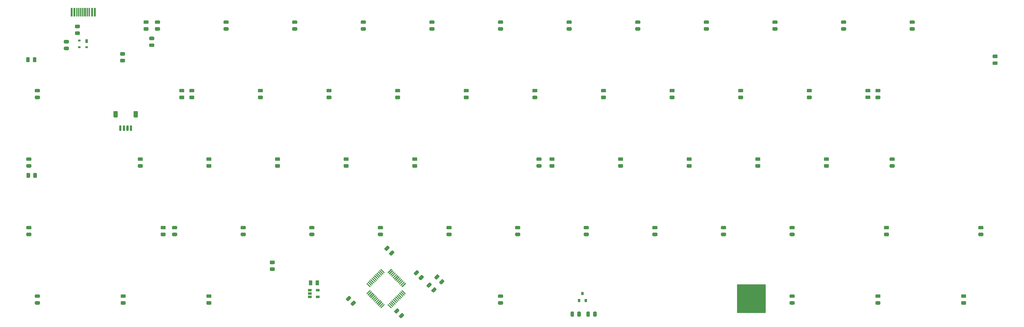
<source format=gbr>
G04 #@! TF.GenerationSoftware,KiCad,Pcbnew,(5.1.8-0-10_14)*
G04 #@! TF.CreationDate,2021-02-08T17:11:09+00:00*
G04 #@! TF.ProjectId,ccd60,63636436-302e-46b6-9963-61645f706362,rev?*
G04 #@! TF.SameCoordinates,Original*
G04 #@! TF.FileFunction,Paste,Bot*
G04 #@! TF.FilePolarity,Positive*
%FSLAX46Y46*%
G04 Gerber Fmt 4.6, Leading zero omitted, Abs format (unit mm)*
G04 Created by KiCad (PCBNEW (5.1.8-0-10_14)) date 2021-02-08 17:11:09*
%MOMM*%
%LPD*%
G01*
G04 APERTURE LIST*
%ADD10R,0.600000X2.450000*%
%ADD11R,0.300000X2.450000*%
%ADD12R,1.060000X0.650000*%
%ADD13R,0.800000X0.900000*%
%ADD14R,0.700000X1.000000*%
%ADD15R,0.700000X0.600000*%
%ADD16R,8.000000X8.000000*%
G04 APERTURE END LIST*
D10*
X95300000Y-98682500D03*
X88850000Y-98682500D03*
X94525000Y-98682500D03*
X89625000Y-98682500D03*
D11*
X90325000Y-98682500D03*
X93825000Y-98682500D03*
X90825000Y-98682500D03*
X93325000Y-98682500D03*
X91325000Y-98682500D03*
X92825000Y-98682500D03*
X92325000Y-98682500D03*
X91825000Y-98682500D03*
G36*
G01*
X181662400Y-174188820D02*
X180725484Y-175125736D01*
G75*
G02*
X180619418Y-175125736I-53033J53033D01*
G01*
X180513352Y-175019670D01*
G75*
G02*
X180513352Y-174913604I53033J53033D01*
G01*
X181450268Y-173976688D01*
G75*
G02*
X181556334Y-173976688I53033J-53033D01*
G01*
X181662400Y-174082754D01*
G75*
G02*
X181662400Y-174188820I-53033J-53033D01*
G01*
G37*
G36*
G01*
X181308846Y-173835266D02*
X180371930Y-174772182D01*
G75*
G02*
X180265864Y-174772182I-53033J53033D01*
G01*
X180159798Y-174666116D01*
G75*
G02*
X180159798Y-174560050I53033J53033D01*
G01*
X181096714Y-173623134D01*
G75*
G02*
X181202780Y-173623134I53033J-53033D01*
G01*
X181308846Y-173729200D01*
G75*
G02*
X181308846Y-173835266I-53033J-53033D01*
G01*
G37*
G36*
G01*
X180955293Y-173481713D02*
X180018377Y-174418629D01*
G75*
G02*
X179912311Y-174418629I-53033J53033D01*
G01*
X179806245Y-174312563D01*
G75*
G02*
X179806245Y-174206497I53033J53033D01*
G01*
X180743161Y-173269581D01*
G75*
G02*
X180849227Y-173269581I53033J-53033D01*
G01*
X180955293Y-173375647D01*
G75*
G02*
X180955293Y-173481713I-53033J-53033D01*
G01*
G37*
G36*
G01*
X180601739Y-173128159D02*
X179664823Y-174065075D01*
G75*
G02*
X179558757Y-174065075I-53033J53033D01*
G01*
X179452691Y-173959009D01*
G75*
G02*
X179452691Y-173852943I53033J53033D01*
G01*
X180389607Y-172916027D01*
G75*
G02*
X180495673Y-172916027I53033J-53033D01*
G01*
X180601739Y-173022093D01*
G75*
G02*
X180601739Y-173128159I-53033J-53033D01*
G01*
G37*
G36*
G01*
X180248186Y-172774606D02*
X179311270Y-173711522D01*
G75*
G02*
X179205204Y-173711522I-53033J53033D01*
G01*
X179099138Y-173605456D01*
G75*
G02*
X179099138Y-173499390I53033J53033D01*
G01*
X180036054Y-172562474D01*
G75*
G02*
X180142120Y-172562474I53033J-53033D01*
G01*
X180248186Y-172668540D01*
G75*
G02*
X180248186Y-172774606I-53033J-53033D01*
G01*
G37*
G36*
G01*
X179894633Y-172421053D02*
X178957717Y-173357969D01*
G75*
G02*
X178851651Y-173357969I-53033J53033D01*
G01*
X178745585Y-173251903D01*
G75*
G02*
X178745585Y-173145837I53033J53033D01*
G01*
X179682501Y-172208921D01*
G75*
G02*
X179788567Y-172208921I53033J-53033D01*
G01*
X179894633Y-172314987D01*
G75*
G02*
X179894633Y-172421053I-53033J-53033D01*
G01*
G37*
G36*
G01*
X179541079Y-172067499D02*
X178604163Y-173004415D01*
G75*
G02*
X178498097Y-173004415I-53033J53033D01*
G01*
X178392031Y-172898349D01*
G75*
G02*
X178392031Y-172792283I53033J53033D01*
G01*
X179328947Y-171855367D01*
G75*
G02*
X179435013Y-171855367I53033J-53033D01*
G01*
X179541079Y-171961433D01*
G75*
G02*
X179541079Y-172067499I-53033J-53033D01*
G01*
G37*
G36*
G01*
X179187526Y-171713946D02*
X178250610Y-172650862D01*
G75*
G02*
X178144544Y-172650862I-53033J53033D01*
G01*
X178038478Y-172544796D01*
G75*
G02*
X178038478Y-172438730I53033J53033D01*
G01*
X178975394Y-171501814D01*
G75*
G02*
X179081460Y-171501814I53033J-53033D01*
G01*
X179187526Y-171607880D01*
G75*
G02*
X179187526Y-171713946I-53033J-53033D01*
G01*
G37*
G36*
G01*
X178833973Y-171360393D02*
X177897057Y-172297309D01*
G75*
G02*
X177790991Y-172297309I-53033J53033D01*
G01*
X177684925Y-172191243D01*
G75*
G02*
X177684925Y-172085177I53033J53033D01*
G01*
X178621841Y-171148261D01*
G75*
G02*
X178727907Y-171148261I53033J-53033D01*
G01*
X178833973Y-171254327D01*
G75*
G02*
X178833973Y-171360393I-53033J-53033D01*
G01*
G37*
G36*
G01*
X178480419Y-171006839D02*
X177543503Y-171943755D01*
G75*
G02*
X177437437Y-171943755I-53033J53033D01*
G01*
X177331371Y-171837689D01*
G75*
G02*
X177331371Y-171731623I53033J53033D01*
G01*
X178268287Y-170794707D01*
G75*
G02*
X178374353Y-170794707I53033J-53033D01*
G01*
X178480419Y-170900773D01*
G75*
G02*
X178480419Y-171006839I-53033J-53033D01*
G01*
G37*
G36*
G01*
X178126866Y-170653286D02*
X177189950Y-171590202D01*
G75*
G02*
X177083884Y-171590202I-53033J53033D01*
G01*
X176977818Y-171484136D01*
G75*
G02*
X176977818Y-171378070I53033J53033D01*
G01*
X177914734Y-170441154D01*
G75*
G02*
X178020800Y-170441154I53033J-53033D01*
G01*
X178126866Y-170547220D01*
G75*
G02*
X178126866Y-170653286I-53033J-53033D01*
G01*
G37*
G36*
G01*
X177773312Y-170299732D02*
X176836396Y-171236648D01*
G75*
G02*
X176730330Y-171236648I-53033J53033D01*
G01*
X176624264Y-171130582D01*
G75*
G02*
X176624264Y-171024516I53033J53033D01*
G01*
X177561180Y-170087600D01*
G75*
G02*
X177667246Y-170087600I53033J-53033D01*
G01*
X177773312Y-170193666D01*
G75*
G02*
X177773312Y-170299732I-53033J-53033D01*
G01*
G37*
G36*
G01*
X175775736Y-171130582D02*
X175669670Y-171236648D01*
G75*
G02*
X175563604Y-171236648I-53033J53033D01*
G01*
X174626688Y-170299732D01*
G75*
G02*
X174626688Y-170193666I53033J53033D01*
G01*
X174732754Y-170087600D01*
G75*
G02*
X174838820Y-170087600I53033J-53033D01*
G01*
X175775736Y-171024516D01*
G75*
G02*
X175775736Y-171130582I-53033J-53033D01*
G01*
G37*
G36*
G01*
X175422182Y-171484136D02*
X175316116Y-171590202D01*
G75*
G02*
X175210050Y-171590202I-53033J53033D01*
G01*
X174273134Y-170653286D01*
G75*
G02*
X174273134Y-170547220I53033J53033D01*
G01*
X174379200Y-170441154D01*
G75*
G02*
X174485266Y-170441154I53033J-53033D01*
G01*
X175422182Y-171378070D01*
G75*
G02*
X175422182Y-171484136I-53033J-53033D01*
G01*
G37*
G36*
G01*
X175068629Y-171837689D02*
X174962563Y-171943755D01*
G75*
G02*
X174856497Y-171943755I-53033J53033D01*
G01*
X173919581Y-171006839D01*
G75*
G02*
X173919581Y-170900773I53033J53033D01*
G01*
X174025647Y-170794707D01*
G75*
G02*
X174131713Y-170794707I53033J-53033D01*
G01*
X175068629Y-171731623D01*
G75*
G02*
X175068629Y-171837689I-53033J-53033D01*
G01*
G37*
G36*
G01*
X174715075Y-172191243D02*
X174609009Y-172297309D01*
G75*
G02*
X174502943Y-172297309I-53033J53033D01*
G01*
X173566027Y-171360393D01*
G75*
G02*
X173566027Y-171254327I53033J53033D01*
G01*
X173672093Y-171148261D01*
G75*
G02*
X173778159Y-171148261I53033J-53033D01*
G01*
X174715075Y-172085177D01*
G75*
G02*
X174715075Y-172191243I-53033J-53033D01*
G01*
G37*
G36*
G01*
X174361522Y-172544796D02*
X174255456Y-172650862D01*
G75*
G02*
X174149390Y-172650862I-53033J53033D01*
G01*
X173212474Y-171713946D01*
G75*
G02*
X173212474Y-171607880I53033J53033D01*
G01*
X173318540Y-171501814D01*
G75*
G02*
X173424606Y-171501814I53033J-53033D01*
G01*
X174361522Y-172438730D01*
G75*
G02*
X174361522Y-172544796I-53033J-53033D01*
G01*
G37*
G36*
G01*
X174007969Y-172898349D02*
X173901903Y-173004415D01*
G75*
G02*
X173795837Y-173004415I-53033J53033D01*
G01*
X172858921Y-172067499D01*
G75*
G02*
X172858921Y-171961433I53033J53033D01*
G01*
X172964987Y-171855367D01*
G75*
G02*
X173071053Y-171855367I53033J-53033D01*
G01*
X174007969Y-172792283D01*
G75*
G02*
X174007969Y-172898349I-53033J-53033D01*
G01*
G37*
G36*
G01*
X173654415Y-173251903D02*
X173548349Y-173357969D01*
G75*
G02*
X173442283Y-173357969I-53033J53033D01*
G01*
X172505367Y-172421053D01*
G75*
G02*
X172505367Y-172314987I53033J53033D01*
G01*
X172611433Y-172208921D01*
G75*
G02*
X172717499Y-172208921I53033J-53033D01*
G01*
X173654415Y-173145837D01*
G75*
G02*
X173654415Y-173251903I-53033J-53033D01*
G01*
G37*
G36*
G01*
X173300862Y-173605456D02*
X173194796Y-173711522D01*
G75*
G02*
X173088730Y-173711522I-53033J53033D01*
G01*
X172151814Y-172774606D01*
G75*
G02*
X172151814Y-172668540I53033J53033D01*
G01*
X172257880Y-172562474D01*
G75*
G02*
X172363946Y-172562474I53033J-53033D01*
G01*
X173300862Y-173499390D01*
G75*
G02*
X173300862Y-173605456I-53033J-53033D01*
G01*
G37*
G36*
G01*
X172947309Y-173959009D02*
X172841243Y-174065075D01*
G75*
G02*
X172735177Y-174065075I-53033J53033D01*
G01*
X171798261Y-173128159D01*
G75*
G02*
X171798261Y-173022093I53033J53033D01*
G01*
X171904327Y-172916027D01*
G75*
G02*
X172010393Y-172916027I53033J-53033D01*
G01*
X172947309Y-173852943D01*
G75*
G02*
X172947309Y-173959009I-53033J-53033D01*
G01*
G37*
G36*
G01*
X172593755Y-174312563D02*
X172487689Y-174418629D01*
G75*
G02*
X172381623Y-174418629I-53033J53033D01*
G01*
X171444707Y-173481713D01*
G75*
G02*
X171444707Y-173375647I53033J53033D01*
G01*
X171550773Y-173269581D01*
G75*
G02*
X171656839Y-173269581I53033J-53033D01*
G01*
X172593755Y-174206497D01*
G75*
G02*
X172593755Y-174312563I-53033J-53033D01*
G01*
G37*
G36*
G01*
X172240202Y-174666116D02*
X172134136Y-174772182D01*
G75*
G02*
X172028070Y-174772182I-53033J53033D01*
G01*
X171091154Y-173835266D01*
G75*
G02*
X171091154Y-173729200I53033J53033D01*
G01*
X171197220Y-173623134D01*
G75*
G02*
X171303286Y-173623134I53033J-53033D01*
G01*
X172240202Y-174560050D01*
G75*
G02*
X172240202Y-174666116I-53033J-53033D01*
G01*
G37*
G36*
G01*
X171886648Y-175019670D02*
X171780582Y-175125736D01*
G75*
G02*
X171674516Y-175125736I-53033J53033D01*
G01*
X170737600Y-174188820D01*
G75*
G02*
X170737600Y-174082754I53033J53033D01*
G01*
X170843666Y-173976688D01*
G75*
G02*
X170949732Y-173976688I53033J-53033D01*
G01*
X171886648Y-174913604D01*
G75*
G02*
X171886648Y-175019670I-53033J-53033D01*
G01*
G37*
G36*
G01*
X171886648Y-176186396D02*
X170949732Y-177123312D01*
G75*
G02*
X170843666Y-177123312I-53033J53033D01*
G01*
X170737600Y-177017246D01*
G75*
G02*
X170737600Y-176911180I53033J53033D01*
G01*
X171674516Y-175974264D01*
G75*
G02*
X171780582Y-175974264I53033J-53033D01*
G01*
X171886648Y-176080330D01*
G75*
G02*
X171886648Y-176186396I-53033J-53033D01*
G01*
G37*
G36*
G01*
X172240202Y-176539950D02*
X171303286Y-177476866D01*
G75*
G02*
X171197220Y-177476866I-53033J53033D01*
G01*
X171091154Y-177370800D01*
G75*
G02*
X171091154Y-177264734I53033J53033D01*
G01*
X172028070Y-176327818D01*
G75*
G02*
X172134136Y-176327818I53033J-53033D01*
G01*
X172240202Y-176433884D01*
G75*
G02*
X172240202Y-176539950I-53033J-53033D01*
G01*
G37*
G36*
G01*
X172593755Y-176893503D02*
X171656839Y-177830419D01*
G75*
G02*
X171550773Y-177830419I-53033J53033D01*
G01*
X171444707Y-177724353D01*
G75*
G02*
X171444707Y-177618287I53033J53033D01*
G01*
X172381623Y-176681371D01*
G75*
G02*
X172487689Y-176681371I53033J-53033D01*
G01*
X172593755Y-176787437D01*
G75*
G02*
X172593755Y-176893503I-53033J-53033D01*
G01*
G37*
G36*
G01*
X172947309Y-177247057D02*
X172010393Y-178183973D01*
G75*
G02*
X171904327Y-178183973I-53033J53033D01*
G01*
X171798261Y-178077907D01*
G75*
G02*
X171798261Y-177971841I53033J53033D01*
G01*
X172735177Y-177034925D01*
G75*
G02*
X172841243Y-177034925I53033J-53033D01*
G01*
X172947309Y-177140991D01*
G75*
G02*
X172947309Y-177247057I-53033J-53033D01*
G01*
G37*
G36*
G01*
X173300862Y-177600610D02*
X172363946Y-178537526D01*
G75*
G02*
X172257880Y-178537526I-53033J53033D01*
G01*
X172151814Y-178431460D01*
G75*
G02*
X172151814Y-178325394I53033J53033D01*
G01*
X173088730Y-177388478D01*
G75*
G02*
X173194796Y-177388478I53033J-53033D01*
G01*
X173300862Y-177494544D01*
G75*
G02*
X173300862Y-177600610I-53033J-53033D01*
G01*
G37*
G36*
G01*
X173654415Y-177954163D02*
X172717499Y-178891079D01*
G75*
G02*
X172611433Y-178891079I-53033J53033D01*
G01*
X172505367Y-178785013D01*
G75*
G02*
X172505367Y-178678947I53033J53033D01*
G01*
X173442283Y-177742031D01*
G75*
G02*
X173548349Y-177742031I53033J-53033D01*
G01*
X173654415Y-177848097D01*
G75*
G02*
X173654415Y-177954163I-53033J-53033D01*
G01*
G37*
G36*
G01*
X174007969Y-178307717D02*
X173071053Y-179244633D01*
G75*
G02*
X172964987Y-179244633I-53033J53033D01*
G01*
X172858921Y-179138567D01*
G75*
G02*
X172858921Y-179032501I53033J53033D01*
G01*
X173795837Y-178095585D01*
G75*
G02*
X173901903Y-178095585I53033J-53033D01*
G01*
X174007969Y-178201651D01*
G75*
G02*
X174007969Y-178307717I-53033J-53033D01*
G01*
G37*
G36*
G01*
X174361522Y-178661270D02*
X173424606Y-179598186D01*
G75*
G02*
X173318540Y-179598186I-53033J53033D01*
G01*
X173212474Y-179492120D01*
G75*
G02*
X173212474Y-179386054I53033J53033D01*
G01*
X174149390Y-178449138D01*
G75*
G02*
X174255456Y-178449138I53033J-53033D01*
G01*
X174361522Y-178555204D01*
G75*
G02*
X174361522Y-178661270I-53033J-53033D01*
G01*
G37*
G36*
G01*
X174715075Y-179014823D02*
X173778159Y-179951739D01*
G75*
G02*
X173672093Y-179951739I-53033J53033D01*
G01*
X173566027Y-179845673D01*
G75*
G02*
X173566027Y-179739607I53033J53033D01*
G01*
X174502943Y-178802691D01*
G75*
G02*
X174609009Y-178802691I53033J-53033D01*
G01*
X174715075Y-178908757D01*
G75*
G02*
X174715075Y-179014823I-53033J-53033D01*
G01*
G37*
G36*
G01*
X175068629Y-179368377D02*
X174131713Y-180305293D01*
G75*
G02*
X174025647Y-180305293I-53033J53033D01*
G01*
X173919581Y-180199227D01*
G75*
G02*
X173919581Y-180093161I53033J53033D01*
G01*
X174856497Y-179156245D01*
G75*
G02*
X174962563Y-179156245I53033J-53033D01*
G01*
X175068629Y-179262311D01*
G75*
G02*
X175068629Y-179368377I-53033J-53033D01*
G01*
G37*
G36*
G01*
X175422182Y-179721930D02*
X174485266Y-180658846D01*
G75*
G02*
X174379200Y-180658846I-53033J53033D01*
G01*
X174273134Y-180552780D01*
G75*
G02*
X174273134Y-180446714I53033J53033D01*
G01*
X175210050Y-179509798D01*
G75*
G02*
X175316116Y-179509798I53033J-53033D01*
G01*
X175422182Y-179615864D01*
G75*
G02*
X175422182Y-179721930I-53033J-53033D01*
G01*
G37*
G36*
G01*
X175775736Y-180075484D02*
X174838820Y-181012400D01*
G75*
G02*
X174732754Y-181012400I-53033J53033D01*
G01*
X174626688Y-180906334D01*
G75*
G02*
X174626688Y-180800268I53033J53033D01*
G01*
X175563604Y-179863352D01*
G75*
G02*
X175669670Y-179863352I53033J-53033D01*
G01*
X175775736Y-179969418D01*
G75*
G02*
X175775736Y-180075484I-53033J-53033D01*
G01*
G37*
G36*
G01*
X177773312Y-180906334D02*
X177667246Y-181012400D01*
G75*
G02*
X177561180Y-181012400I-53033J53033D01*
G01*
X176624264Y-180075484D01*
G75*
G02*
X176624264Y-179969418I53033J53033D01*
G01*
X176730330Y-179863352D01*
G75*
G02*
X176836396Y-179863352I53033J-53033D01*
G01*
X177773312Y-180800268D01*
G75*
G02*
X177773312Y-180906334I-53033J-53033D01*
G01*
G37*
G36*
G01*
X178126866Y-180552780D02*
X178020800Y-180658846D01*
G75*
G02*
X177914734Y-180658846I-53033J53033D01*
G01*
X176977818Y-179721930D01*
G75*
G02*
X176977818Y-179615864I53033J53033D01*
G01*
X177083884Y-179509798D01*
G75*
G02*
X177189950Y-179509798I53033J-53033D01*
G01*
X178126866Y-180446714D01*
G75*
G02*
X178126866Y-180552780I-53033J-53033D01*
G01*
G37*
G36*
G01*
X178480419Y-180199227D02*
X178374353Y-180305293D01*
G75*
G02*
X178268287Y-180305293I-53033J53033D01*
G01*
X177331371Y-179368377D01*
G75*
G02*
X177331371Y-179262311I53033J53033D01*
G01*
X177437437Y-179156245D01*
G75*
G02*
X177543503Y-179156245I53033J-53033D01*
G01*
X178480419Y-180093161D01*
G75*
G02*
X178480419Y-180199227I-53033J-53033D01*
G01*
G37*
G36*
G01*
X178833973Y-179845673D02*
X178727907Y-179951739D01*
G75*
G02*
X178621841Y-179951739I-53033J53033D01*
G01*
X177684925Y-179014823D01*
G75*
G02*
X177684925Y-178908757I53033J53033D01*
G01*
X177790991Y-178802691D01*
G75*
G02*
X177897057Y-178802691I53033J-53033D01*
G01*
X178833973Y-179739607D01*
G75*
G02*
X178833973Y-179845673I-53033J-53033D01*
G01*
G37*
G36*
G01*
X179187526Y-179492120D02*
X179081460Y-179598186D01*
G75*
G02*
X178975394Y-179598186I-53033J53033D01*
G01*
X178038478Y-178661270D01*
G75*
G02*
X178038478Y-178555204I53033J53033D01*
G01*
X178144544Y-178449138D01*
G75*
G02*
X178250610Y-178449138I53033J-53033D01*
G01*
X179187526Y-179386054D01*
G75*
G02*
X179187526Y-179492120I-53033J-53033D01*
G01*
G37*
G36*
G01*
X179541079Y-179138567D02*
X179435013Y-179244633D01*
G75*
G02*
X179328947Y-179244633I-53033J53033D01*
G01*
X178392031Y-178307717D01*
G75*
G02*
X178392031Y-178201651I53033J53033D01*
G01*
X178498097Y-178095585D01*
G75*
G02*
X178604163Y-178095585I53033J-53033D01*
G01*
X179541079Y-179032501D01*
G75*
G02*
X179541079Y-179138567I-53033J-53033D01*
G01*
G37*
G36*
G01*
X179894633Y-178785013D02*
X179788567Y-178891079D01*
G75*
G02*
X179682501Y-178891079I-53033J53033D01*
G01*
X178745585Y-177954163D01*
G75*
G02*
X178745585Y-177848097I53033J53033D01*
G01*
X178851651Y-177742031D01*
G75*
G02*
X178957717Y-177742031I53033J-53033D01*
G01*
X179894633Y-178678947D01*
G75*
G02*
X179894633Y-178785013I-53033J-53033D01*
G01*
G37*
G36*
G01*
X180248186Y-178431460D02*
X180142120Y-178537526D01*
G75*
G02*
X180036054Y-178537526I-53033J53033D01*
G01*
X179099138Y-177600610D01*
G75*
G02*
X179099138Y-177494544I53033J53033D01*
G01*
X179205204Y-177388478D01*
G75*
G02*
X179311270Y-177388478I53033J-53033D01*
G01*
X180248186Y-178325394D01*
G75*
G02*
X180248186Y-178431460I-53033J-53033D01*
G01*
G37*
G36*
G01*
X180601739Y-178077907D02*
X180495673Y-178183973D01*
G75*
G02*
X180389607Y-178183973I-53033J53033D01*
G01*
X179452691Y-177247057D01*
G75*
G02*
X179452691Y-177140991I53033J53033D01*
G01*
X179558757Y-177034925D01*
G75*
G02*
X179664823Y-177034925I53033J-53033D01*
G01*
X180601739Y-177971841D01*
G75*
G02*
X180601739Y-178077907I-53033J-53033D01*
G01*
G37*
G36*
G01*
X180955293Y-177724353D02*
X180849227Y-177830419D01*
G75*
G02*
X180743161Y-177830419I-53033J53033D01*
G01*
X179806245Y-176893503D01*
G75*
G02*
X179806245Y-176787437I53033J53033D01*
G01*
X179912311Y-176681371D01*
G75*
G02*
X180018377Y-176681371I53033J-53033D01*
G01*
X180955293Y-177618287D01*
G75*
G02*
X180955293Y-177724353I-53033J-53033D01*
G01*
G37*
G36*
G01*
X181308846Y-177370800D02*
X181202780Y-177476866D01*
G75*
G02*
X181096714Y-177476866I-53033J53033D01*
G01*
X180159798Y-176539950D01*
G75*
G02*
X180159798Y-176433884I53033J53033D01*
G01*
X180265864Y-176327818D01*
G75*
G02*
X180371930Y-176327818I53033J-53033D01*
G01*
X181308846Y-177264734D01*
G75*
G02*
X181308846Y-177370800I-53033J-53033D01*
G01*
G37*
G36*
G01*
X181662400Y-177017246D02*
X181556334Y-177123312D01*
G75*
G02*
X181450268Y-177123312I-53033J53033D01*
G01*
X180513352Y-176186396D01*
G75*
G02*
X180513352Y-176080330I53033J53033D01*
G01*
X180619418Y-175974264D01*
G75*
G02*
X180725484Y-175974264I53033J-53033D01*
G01*
X181662400Y-176911180D01*
G75*
G02*
X181662400Y-177017246I-53033J-53033D01*
G01*
G37*
D12*
X157208400Y-177886400D03*
X157208400Y-175986400D03*
X155008400Y-175986400D03*
X155008400Y-176936400D03*
X155008400Y-177886400D03*
G36*
G01*
X188790797Y-175886032D02*
X189436032Y-175240797D01*
G75*
G02*
X189780746Y-175240797I172357J-172357D01*
G01*
X190125461Y-175585512D01*
G75*
G02*
X190125461Y-175930226I-172357J-172357D01*
G01*
X189480226Y-176575461D01*
G75*
G02*
X189135512Y-176575461I-172357J172357D01*
G01*
X188790797Y-176230746D01*
G75*
G02*
X188790797Y-175886032I172357J172357D01*
G01*
G37*
G36*
G01*
X187464971Y-174560206D02*
X188110206Y-173914971D01*
G75*
G02*
X188454920Y-173914971I172357J-172357D01*
G01*
X188799635Y-174259686D01*
G75*
G02*
X188799635Y-174604400I-172357J-172357D01*
G01*
X188154400Y-175249635D01*
G75*
G02*
X187809686Y-175249635I-172357J172357D01*
G01*
X187464971Y-174904920D01*
G75*
G02*
X187464971Y-174560206I172357J172357D01*
G01*
G37*
G36*
G01*
X155709200Y-173482950D02*
X155709200Y-174395450D01*
G75*
G02*
X155465450Y-174639200I-243750J0D01*
G01*
X154977950Y-174639200D01*
G75*
G02*
X154734200Y-174395450I0J243750D01*
G01*
X154734200Y-173482950D01*
G75*
G02*
X154977950Y-173239200I243750J0D01*
G01*
X155465450Y-173239200D01*
G75*
G02*
X155709200Y-173482950I0J-243750D01*
G01*
G37*
G36*
G01*
X157584200Y-173482950D02*
X157584200Y-174395450D01*
G75*
G02*
X157340450Y-174639200I-243750J0D01*
G01*
X156852950Y-174639200D01*
G75*
G02*
X156609200Y-174395450I0J243750D01*
G01*
X156609200Y-173482950D01*
G75*
G02*
X156852950Y-173239200I243750J0D01*
G01*
X157340450Y-173239200D01*
G75*
G02*
X157584200Y-173482950I0J-243750D01*
G01*
G37*
G36*
G01*
X145056250Y-168750000D02*
X144143750Y-168750000D01*
G75*
G02*
X143900000Y-168506250I0J243750D01*
G01*
X143900000Y-168018750D01*
G75*
G02*
X144143750Y-167775000I243750J0D01*
G01*
X145056250Y-167775000D01*
G75*
G02*
X145300000Y-168018750I0J-243750D01*
G01*
X145300000Y-168506250D01*
G75*
G02*
X145056250Y-168750000I-243750J0D01*
G01*
G37*
G36*
G01*
X145056250Y-170625000D02*
X144143750Y-170625000D01*
G75*
G02*
X143900000Y-170381250I0J243750D01*
G01*
X143900000Y-169893750D01*
G75*
G02*
X144143750Y-169650000I243750J0D01*
G01*
X145056250Y-169650000D01*
G75*
G02*
X145300000Y-169893750I0J-243750D01*
G01*
X145300000Y-170381250D01*
G75*
G02*
X145056250Y-170625000I-243750J0D01*
G01*
G37*
G36*
G01*
X179790365Y-183050032D02*
X180435600Y-182404797D01*
G75*
G02*
X180780314Y-182404797I172357J-172357D01*
G01*
X181125029Y-182749512D01*
G75*
G02*
X181125029Y-183094226I-172357J-172357D01*
G01*
X180479794Y-183739461D01*
G75*
G02*
X180135080Y-183739461I-172357J172357D01*
G01*
X179790365Y-183394746D01*
G75*
G02*
X179790365Y-183050032I172357J172357D01*
G01*
G37*
G36*
G01*
X178464539Y-181724206D02*
X179109774Y-181078971D01*
G75*
G02*
X179454488Y-181078971I172357J-172357D01*
G01*
X179799203Y-181423686D01*
G75*
G02*
X179799203Y-181768400I-172357J-172357D01*
G01*
X179153968Y-182413635D01*
G75*
G02*
X178809254Y-182413635I-172357J172357D01*
G01*
X178464539Y-182068920D01*
G75*
G02*
X178464539Y-181724206I172357J172357D01*
G01*
G37*
G36*
G01*
X185270797Y-172466032D02*
X185916032Y-171820797D01*
G75*
G02*
X186260746Y-171820797I172357J-172357D01*
G01*
X186605461Y-172165512D01*
G75*
G02*
X186605461Y-172510226I-172357J-172357D01*
G01*
X185960226Y-173155461D01*
G75*
G02*
X185615512Y-173155461I-172357J172357D01*
G01*
X185270797Y-172810746D01*
G75*
G02*
X185270797Y-172466032I172357J172357D01*
G01*
G37*
G36*
G01*
X183944971Y-171140206D02*
X184590206Y-170494971D01*
G75*
G02*
X184934920Y-170494971I172357J-172357D01*
G01*
X185279635Y-170839686D01*
G75*
G02*
X185279635Y-171184400I-172357J-172357D01*
G01*
X184634400Y-171829635D01*
G75*
G02*
X184289686Y-171829635I-172357J172357D01*
G01*
X183944971Y-171484920D01*
G75*
G02*
X183944971Y-171140206I172357J172357D01*
G01*
G37*
G36*
G01*
X177084381Y-165639216D02*
X177729616Y-164993981D01*
G75*
G02*
X178074330Y-164993981I172357J-172357D01*
G01*
X178419045Y-165338696D01*
G75*
G02*
X178419045Y-165683410I-172357J-172357D01*
G01*
X177773810Y-166328645D01*
G75*
G02*
X177429096Y-166328645I-172357J172357D01*
G01*
X177084381Y-165983930D01*
G75*
G02*
X177084381Y-165639216I172357J172357D01*
G01*
G37*
G36*
G01*
X175758555Y-164313390D02*
X176403790Y-163668155D01*
G75*
G02*
X176748504Y-163668155I172357J-172357D01*
G01*
X177093219Y-164012870D01*
G75*
G02*
X177093219Y-164357584I-172357J-172357D01*
G01*
X176447984Y-165002819D01*
G75*
G02*
X176103270Y-165002819I-172357J172357D01*
G01*
X175758555Y-164658104D01*
G75*
G02*
X175758555Y-164313390I172357J172357D01*
G01*
G37*
G36*
G01*
X166416381Y-179609216D02*
X167061616Y-178963981D01*
G75*
G02*
X167406330Y-178963981I172357J-172357D01*
G01*
X167751045Y-179308696D01*
G75*
G02*
X167751045Y-179653410I-172357J-172357D01*
G01*
X167105810Y-180298645D01*
G75*
G02*
X166761096Y-180298645I-172357J172357D01*
G01*
X166416381Y-179953930D01*
G75*
G02*
X166416381Y-179609216I172357J172357D01*
G01*
G37*
G36*
G01*
X165090555Y-178283390D02*
X165735790Y-177638155D01*
G75*
G02*
X166080504Y-177638155I172357J-172357D01*
G01*
X166425219Y-177982870D01*
G75*
G02*
X166425219Y-178327584I-172357J-172357D01*
G01*
X165779984Y-178972819D01*
G75*
G02*
X165435270Y-178972819I-172357J172357D01*
G01*
X165090555Y-178628104D01*
G75*
G02*
X165090555Y-178283390I172357J172357D01*
G01*
G37*
G36*
G01*
X111581250Y-106475000D02*
X110668750Y-106475000D01*
G75*
G02*
X110425000Y-106231250I0J243750D01*
G01*
X110425000Y-105743750D01*
G75*
G02*
X110668750Y-105500000I243750J0D01*
G01*
X111581250Y-105500000D01*
G75*
G02*
X111825000Y-105743750I0J-243750D01*
G01*
X111825000Y-106231250D01*
G75*
G02*
X111581250Y-106475000I-243750J0D01*
G01*
G37*
G36*
G01*
X111581250Y-108350000D02*
X110668750Y-108350000D01*
G75*
G02*
X110425000Y-108106250I0J243750D01*
G01*
X110425000Y-107618750D01*
G75*
G02*
X110668750Y-107375000I243750J0D01*
G01*
X111581250Y-107375000D01*
G75*
G02*
X111825000Y-107618750I0J-243750D01*
G01*
X111825000Y-108106250D01*
G75*
G02*
X111581250Y-108350000I-243750J0D01*
G01*
G37*
G36*
G01*
X109993750Y-101943750D02*
X109081250Y-101943750D01*
G75*
G02*
X108837500Y-101700000I0J243750D01*
G01*
X108837500Y-101212500D01*
G75*
G02*
X109081250Y-100968750I243750J0D01*
G01*
X109993750Y-100968750D01*
G75*
G02*
X110237500Y-101212500I0J-243750D01*
G01*
X110237500Y-101700000D01*
G75*
G02*
X109993750Y-101943750I-243750J0D01*
G01*
G37*
G36*
G01*
X109993750Y-103818750D02*
X109081250Y-103818750D01*
G75*
G02*
X108837500Y-103575000I0J243750D01*
G01*
X108837500Y-103087500D01*
G75*
G02*
X109081250Y-102843750I243750J0D01*
G01*
X109993750Y-102843750D01*
G75*
G02*
X110237500Y-103087500I0J-243750D01*
G01*
X110237500Y-103575000D01*
G75*
G02*
X109993750Y-103818750I-243750J0D01*
G01*
G37*
G36*
G01*
X113168750Y-101943750D02*
X112256250Y-101943750D01*
G75*
G02*
X112012500Y-101700000I0J243750D01*
G01*
X112012500Y-101212500D01*
G75*
G02*
X112256250Y-100968750I243750J0D01*
G01*
X113168750Y-100968750D01*
G75*
G02*
X113412500Y-101212500I0J-243750D01*
G01*
X113412500Y-101700000D01*
G75*
G02*
X113168750Y-101943750I-243750J0D01*
G01*
G37*
G36*
G01*
X113168750Y-103818750D02*
X112256250Y-103818750D01*
G75*
G02*
X112012500Y-103575000I0J243750D01*
G01*
X112012500Y-103087500D01*
G75*
G02*
X112256250Y-102843750I243750J0D01*
G01*
X113168750Y-102843750D01*
G75*
G02*
X113412500Y-103087500I0J-243750D01*
G01*
X113412500Y-103575000D01*
G75*
G02*
X113168750Y-103818750I-243750J0D01*
G01*
G37*
G36*
G01*
X132218750Y-101943750D02*
X131306250Y-101943750D01*
G75*
G02*
X131062500Y-101700000I0J243750D01*
G01*
X131062500Y-101212500D01*
G75*
G02*
X131306250Y-100968750I243750J0D01*
G01*
X132218750Y-100968750D01*
G75*
G02*
X132462500Y-101212500I0J-243750D01*
G01*
X132462500Y-101700000D01*
G75*
G02*
X132218750Y-101943750I-243750J0D01*
G01*
G37*
G36*
G01*
X132218750Y-103818750D02*
X131306250Y-103818750D01*
G75*
G02*
X131062500Y-103575000I0J243750D01*
G01*
X131062500Y-103087500D01*
G75*
G02*
X131306250Y-102843750I243750J0D01*
G01*
X132218750Y-102843750D01*
G75*
G02*
X132462500Y-103087500I0J-243750D01*
G01*
X132462500Y-103575000D01*
G75*
G02*
X132218750Y-103818750I-243750J0D01*
G01*
G37*
G36*
G01*
X151268750Y-101943750D02*
X150356250Y-101943750D01*
G75*
G02*
X150112500Y-101700000I0J243750D01*
G01*
X150112500Y-101212500D01*
G75*
G02*
X150356250Y-100968750I243750J0D01*
G01*
X151268750Y-100968750D01*
G75*
G02*
X151512500Y-101212500I0J-243750D01*
G01*
X151512500Y-101700000D01*
G75*
G02*
X151268750Y-101943750I-243750J0D01*
G01*
G37*
G36*
G01*
X151268750Y-103818750D02*
X150356250Y-103818750D01*
G75*
G02*
X150112500Y-103575000I0J243750D01*
G01*
X150112500Y-103087500D01*
G75*
G02*
X150356250Y-102843750I243750J0D01*
G01*
X151268750Y-102843750D01*
G75*
G02*
X151512500Y-103087500I0J-243750D01*
G01*
X151512500Y-103575000D01*
G75*
G02*
X151268750Y-103818750I-243750J0D01*
G01*
G37*
G36*
G01*
X170318750Y-101943750D02*
X169406250Y-101943750D01*
G75*
G02*
X169162500Y-101700000I0J243750D01*
G01*
X169162500Y-101212500D01*
G75*
G02*
X169406250Y-100968750I243750J0D01*
G01*
X170318750Y-100968750D01*
G75*
G02*
X170562500Y-101212500I0J-243750D01*
G01*
X170562500Y-101700000D01*
G75*
G02*
X170318750Y-101943750I-243750J0D01*
G01*
G37*
G36*
G01*
X170318750Y-103818750D02*
X169406250Y-103818750D01*
G75*
G02*
X169162500Y-103575000I0J243750D01*
G01*
X169162500Y-103087500D01*
G75*
G02*
X169406250Y-102843750I243750J0D01*
G01*
X170318750Y-102843750D01*
G75*
G02*
X170562500Y-103087500I0J-243750D01*
G01*
X170562500Y-103575000D01*
G75*
G02*
X170318750Y-103818750I-243750J0D01*
G01*
G37*
G36*
G01*
X189368750Y-101943750D02*
X188456250Y-101943750D01*
G75*
G02*
X188212500Y-101700000I0J243750D01*
G01*
X188212500Y-101212500D01*
G75*
G02*
X188456250Y-100968750I243750J0D01*
G01*
X189368750Y-100968750D01*
G75*
G02*
X189612500Y-101212500I0J-243750D01*
G01*
X189612500Y-101700000D01*
G75*
G02*
X189368750Y-101943750I-243750J0D01*
G01*
G37*
G36*
G01*
X189368750Y-103818750D02*
X188456250Y-103818750D01*
G75*
G02*
X188212500Y-103575000I0J243750D01*
G01*
X188212500Y-103087500D01*
G75*
G02*
X188456250Y-102843750I243750J0D01*
G01*
X189368750Y-102843750D01*
G75*
G02*
X189612500Y-103087500I0J-243750D01*
G01*
X189612500Y-103575000D01*
G75*
G02*
X189368750Y-103818750I-243750J0D01*
G01*
G37*
G36*
G01*
X208418750Y-101943750D02*
X207506250Y-101943750D01*
G75*
G02*
X207262500Y-101700000I0J243750D01*
G01*
X207262500Y-101212500D01*
G75*
G02*
X207506250Y-100968750I243750J0D01*
G01*
X208418750Y-100968750D01*
G75*
G02*
X208662500Y-101212500I0J-243750D01*
G01*
X208662500Y-101700000D01*
G75*
G02*
X208418750Y-101943750I-243750J0D01*
G01*
G37*
G36*
G01*
X208418750Y-103818750D02*
X207506250Y-103818750D01*
G75*
G02*
X207262500Y-103575000I0J243750D01*
G01*
X207262500Y-103087500D01*
G75*
G02*
X207506250Y-102843750I243750J0D01*
G01*
X208418750Y-102843750D01*
G75*
G02*
X208662500Y-103087500I0J-243750D01*
G01*
X208662500Y-103575000D01*
G75*
G02*
X208418750Y-103818750I-243750J0D01*
G01*
G37*
G36*
G01*
X227468750Y-101943750D02*
X226556250Y-101943750D01*
G75*
G02*
X226312500Y-101700000I0J243750D01*
G01*
X226312500Y-101212500D01*
G75*
G02*
X226556250Y-100968750I243750J0D01*
G01*
X227468750Y-100968750D01*
G75*
G02*
X227712500Y-101212500I0J-243750D01*
G01*
X227712500Y-101700000D01*
G75*
G02*
X227468750Y-101943750I-243750J0D01*
G01*
G37*
G36*
G01*
X227468750Y-103818750D02*
X226556250Y-103818750D01*
G75*
G02*
X226312500Y-103575000I0J243750D01*
G01*
X226312500Y-103087500D01*
G75*
G02*
X226556250Y-102843750I243750J0D01*
G01*
X227468750Y-102843750D01*
G75*
G02*
X227712500Y-103087500I0J-243750D01*
G01*
X227712500Y-103575000D01*
G75*
G02*
X227468750Y-103818750I-243750J0D01*
G01*
G37*
G36*
G01*
X246518750Y-101943750D02*
X245606250Y-101943750D01*
G75*
G02*
X245362500Y-101700000I0J243750D01*
G01*
X245362500Y-101212500D01*
G75*
G02*
X245606250Y-100968750I243750J0D01*
G01*
X246518750Y-100968750D01*
G75*
G02*
X246762500Y-101212500I0J-243750D01*
G01*
X246762500Y-101700000D01*
G75*
G02*
X246518750Y-101943750I-243750J0D01*
G01*
G37*
G36*
G01*
X246518750Y-103818750D02*
X245606250Y-103818750D01*
G75*
G02*
X245362500Y-103575000I0J243750D01*
G01*
X245362500Y-103087500D01*
G75*
G02*
X245606250Y-102843750I243750J0D01*
G01*
X246518750Y-102843750D01*
G75*
G02*
X246762500Y-103087500I0J-243750D01*
G01*
X246762500Y-103575000D01*
G75*
G02*
X246518750Y-103818750I-243750J0D01*
G01*
G37*
G36*
G01*
X265568750Y-101943750D02*
X264656250Y-101943750D01*
G75*
G02*
X264412500Y-101700000I0J243750D01*
G01*
X264412500Y-101212500D01*
G75*
G02*
X264656250Y-100968750I243750J0D01*
G01*
X265568750Y-100968750D01*
G75*
G02*
X265812500Y-101212500I0J-243750D01*
G01*
X265812500Y-101700000D01*
G75*
G02*
X265568750Y-101943750I-243750J0D01*
G01*
G37*
G36*
G01*
X265568750Y-103818750D02*
X264656250Y-103818750D01*
G75*
G02*
X264412500Y-103575000I0J243750D01*
G01*
X264412500Y-103087500D01*
G75*
G02*
X264656250Y-102843750I243750J0D01*
G01*
X265568750Y-102843750D01*
G75*
G02*
X265812500Y-103087500I0J-243750D01*
G01*
X265812500Y-103575000D01*
G75*
G02*
X265568750Y-103818750I-243750J0D01*
G01*
G37*
G36*
G01*
X284618750Y-101943750D02*
X283706250Y-101943750D01*
G75*
G02*
X283462500Y-101700000I0J243750D01*
G01*
X283462500Y-101212500D01*
G75*
G02*
X283706250Y-100968750I243750J0D01*
G01*
X284618750Y-100968750D01*
G75*
G02*
X284862500Y-101212500I0J-243750D01*
G01*
X284862500Y-101700000D01*
G75*
G02*
X284618750Y-101943750I-243750J0D01*
G01*
G37*
G36*
G01*
X284618750Y-103818750D02*
X283706250Y-103818750D01*
G75*
G02*
X283462500Y-103575000I0J243750D01*
G01*
X283462500Y-103087500D01*
G75*
G02*
X283706250Y-102843750I243750J0D01*
G01*
X284618750Y-102843750D01*
G75*
G02*
X284862500Y-103087500I0J-243750D01*
G01*
X284862500Y-103575000D01*
G75*
G02*
X284618750Y-103818750I-243750J0D01*
G01*
G37*
G36*
G01*
X303668750Y-101943750D02*
X302756250Y-101943750D01*
G75*
G02*
X302512500Y-101700000I0J243750D01*
G01*
X302512500Y-101212500D01*
G75*
G02*
X302756250Y-100968750I243750J0D01*
G01*
X303668750Y-100968750D01*
G75*
G02*
X303912500Y-101212500I0J-243750D01*
G01*
X303912500Y-101700000D01*
G75*
G02*
X303668750Y-101943750I-243750J0D01*
G01*
G37*
G36*
G01*
X303668750Y-103818750D02*
X302756250Y-103818750D01*
G75*
G02*
X302512500Y-103575000I0J243750D01*
G01*
X302512500Y-103087500D01*
G75*
G02*
X302756250Y-102843750I243750J0D01*
G01*
X303668750Y-102843750D01*
G75*
G02*
X303912500Y-103087500I0J-243750D01*
G01*
X303912500Y-103575000D01*
G75*
G02*
X303668750Y-103818750I-243750J0D01*
G01*
G37*
G36*
G01*
X322718750Y-101943750D02*
X321806250Y-101943750D01*
G75*
G02*
X321562500Y-101700000I0J243750D01*
G01*
X321562500Y-101212500D01*
G75*
G02*
X321806250Y-100968750I243750J0D01*
G01*
X322718750Y-100968750D01*
G75*
G02*
X322962500Y-101212500I0J-243750D01*
G01*
X322962500Y-101700000D01*
G75*
G02*
X322718750Y-101943750I-243750J0D01*
G01*
G37*
G36*
G01*
X322718750Y-103818750D02*
X321806250Y-103818750D01*
G75*
G02*
X321562500Y-103575000I0J243750D01*
G01*
X321562500Y-103087500D01*
G75*
G02*
X321806250Y-102843750I243750J0D01*
G01*
X322718750Y-102843750D01*
G75*
G02*
X322962500Y-103087500I0J-243750D01*
G01*
X322962500Y-103575000D01*
G75*
G02*
X322718750Y-103818750I-243750J0D01*
G01*
G37*
G36*
G01*
X79831250Y-120993750D02*
X78918750Y-120993750D01*
G75*
G02*
X78675000Y-120750000I0J243750D01*
G01*
X78675000Y-120262500D01*
G75*
G02*
X78918750Y-120018750I243750J0D01*
G01*
X79831250Y-120018750D01*
G75*
G02*
X80075000Y-120262500I0J-243750D01*
G01*
X80075000Y-120750000D01*
G75*
G02*
X79831250Y-120993750I-243750J0D01*
G01*
G37*
G36*
G01*
X79831250Y-122868750D02*
X78918750Y-122868750D01*
G75*
G02*
X78675000Y-122625000I0J243750D01*
G01*
X78675000Y-122137500D01*
G75*
G02*
X78918750Y-121893750I243750J0D01*
G01*
X79831250Y-121893750D01*
G75*
G02*
X80075000Y-122137500I0J-243750D01*
G01*
X80075000Y-122625000D01*
G75*
G02*
X79831250Y-122868750I-243750J0D01*
G01*
G37*
G36*
G01*
X119915780Y-120993750D02*
X119003280Y-120993750D01*
G75*
G02*
X118759530Y-120750000I0J243750D01*
G01*
X118759530Y-120262500D01*
G75*
G02*
X119003280Y-120018750I243750J0D01*
G01*
X119915780Y-120018750D01*
G75*
G02*
X120159530Y-120262500I0J-243750D01*
G01*
X120159530Y-120750000D01*
G75*
G02*
X119915780Y-120993750I-243750J0D01*
G01*
G37*
G36*
G01*
X119915780Y-122868750D02*
X119003280Y-122868750D01*
G75*
G02*
X118759530Y-122625000I0J243750D01*
G01*
X118759530Y-122137500D01*
G75*
G02*
X119003280Y-121893750I243750J0D01*
G01*
X119915780Y-121893750D01*
G75*
G02*
X120159530Y-122137500I0J-243750D01*
G01*
X120159530Y-122625000D01*
G75*
G02*
X119915780Y-122868750I-243750J0D01*
G01*
G37*
G36*
G01*
X122693750Y-120993750D02*
X121781250Y-120993750D01*
G75*
G02*
X121537500Y-120750000I0J243750D01*
G01*
X121537500Y-120262500D01*
G75*
G02*
X121781250Y-120018750I243750J0D01*
G01*
X122693750Y-120018750D01*
G75*
G02*
X122937500Y-120262500I0J-243750D01*
G01*
X122937500Y-120750000D01*
G75*
G02*
X122693750Y-120993750I-243750J0D01*
G01*
G37*
G36*
G01*
X122693750Y-122868750D02*
X121781250Y-122868750D01*
G75*
G02*
X121537500Y-122625000I0J243750D01*
G01*
X121537500Y-122137500D01*
G75*
G02*
X121781250Y-121893750I243750J0D01*
G01*
X122693750Y-121893750D01*
G75*
G02*
X122937500Y-122137500I0J-243750D01*
G01*
X122937500Y-122625000D01*
G75*
G02*
X122693750Y-122868750I-243750J0D01*
G01*
G37*
G36*
G01*
X141743750Y-120993750D02*
X140831250Y-120993750D01*
G75*
G02*
X140587500Y-120750000I0J243750D01*
G01*
X140587500Y-120262500D01*
G75*
G02*
X140831250Y-120018750I243750J0D01*
G01*
X141743750Y-120018750D01*
G75*
G02*
X141987500Y-120262500I0J-243750D01*
G01*
X141987500Y-120750000D01*
G75*
G02*
X141743750Y-120993750I-243750J0D01*
G01*
G37*
G36*
G01*
X141743750Y-122868750D02*
X140831250Y-122868750D01*
G75*
G02*
X140587500Y-122625000I0J243750D01*
G01*
X140587500Y-122137500D01*
G75*
G02*
X140831250Y-121893750I243750J0D01*
G01*
X141743750Y-121893750D01*
G75*
G02*
X141987500Y-122137500I0J-243750D01*
G01*
X141987500Y-122625000D01*
G75*
G02*
X141743750Y-122868750I-243750J0D01*
G01*
G37*
G36*
G01*
X160793750Y-120993750D02*
X159881250Y-120993750D01*
G75*
G02*
X159637500Y-120750000I0J243750D01*
G01*
X159637500Y-120262500D01*
G75*
G02*
X159881250Y-120018750I243750J0D01*
G01*
X160793750Y-120018750D01*
G75*
G02*
X161037500Y-120262500I0J-243750D01*
G01*
X161037500Y-120750000D01*
G75*
G02*
X160793750Y-120993750I-243750J0D01*
G01*
G37*
G36*
G01*
X160793750Y-122868750D02*
X159881250Y-122868750D01*
G75*
G02*
X159637500Y-122625000I0J243750D01*
G01*
X159637500Y-122137500D01*
G75*
G02*
X159881250Y-121893750I243750J0D01*
G01*
X160793750Y-121893750D01*
G75*
G02*
X161037500Y-122137500I0J-243750D01*
G01*
X161037500Y-122625000D01*
G75*
G02*
X160793750Y-122868750I-243750J0D01*
G01*
G37*
G36*
G01*
X179843750Y-120993750D02*
X178931250Y-120993750D01*
G75*
G02*
X178687500Y-120750000I0J243750D01*
G01*
X178687500Y-120262500D01*
G75*
G02*
X178931250Y-120018750I243750J0D01*
G01*
X179843750Y-120018750D01*
G75*
G02*
X180087500Y-120262500I0J-243750D01*
G01*
X180087500Y-120750000D01*
G75*
G02*
X179843750Y-120993750I-243750J0D01*
G01*
G37*
G36*
G01*
X179843750Y-122868750D02*
X178931250Y-122868750D01*
G75*
G02*
X178687500Y-122625000I0J243750D01*
G01*
X178687500Y-122137500D01*
G75*
G02*
X178931250Y-121893750I243750J0D01*
G01*
X179843750Y-121893750D01*
G75*
G02*
X180087500Y-122137500I0J-243750D01*
G01*
X180087500Y-122625000D01*
G75*
G02*
X179843750Y-122868750I-243750J0D01*
G01*
G37*
G36*
G01*
X198893750Y-120993750D02*
X197981250Y-120993750D01*
G75*
G02*
X197737500Y-120750000I0J243750D01*
G01*
X197737500Y-120262500D01*
G75*
G02*
X197981250Y-120018750I243750J0D01*
G01*
X198893750Y-120018750D01*
G75*
G02*
X199137500Y-120262500I0J-243750D01*
G01*
X199137500Y-120750000D01*
G75*
G02*
X198893750Y-120993750I-243750J0D01*
G01*
G37*
G36*
G01*
X198893750Y-122868750D02*
X197981250Y-122868750D01*
G75*
G02*
X197737500Y-122625000I0J243750D01*
G01*
X197737500Y-122137500D01*
G75*
G02*
X197981250Y-121893750I243750J0D01*
G01*
X198893750Y-121893750D01*
G75*
G02*
X199137500Y-122137500I0J-243750D01*
G01*
X199137500Y-122625000D01*
G75*
G02*
X198893750Y-122868750I-243750J0D01*
G01*
G37*
G36*
G01*
X217943750Y-120993750D02*
X217031250Y-120993750D01*
G75*
G02*
X216787500Y-120750000I0J243750D01*
G01*
X216787500Y-120262500D01*
G75*
G02*
X217031250Y-120018750I243750J0D01*
G01*
X217943750Y-120018750D01*
G75*
G02*
X218187500Y-120262500I0J-243750D01*
G01*
X218187500Y-120750000D01*
G75*
G02*
X217943750Y-120993750I-243750J0D01*
G01*
G37*
G36*
G01*
X217943750Y-122868750D02*
X217031250Y-122868750D01*
G75*
G02*
X216787500Y-122625000I0J243750D01*
G01*
X216787500Y-122137500D01*
G75*
G02*
X217031250Y-121893750I243750J0D01*
G01*
X217943750Y-121893750D01*
G75*
G02*
X218187500Y-122137500I0J-243750D01*
G01*
X218187500Y-122625000D01*
G75*
G02*
X217943750Y-122868750I-243750J0D01*
G01*
G37*
G36*
G01*
X236993750Y-120993750D02*
X236081250Y-120993750D01*
G75*
G02*
X235837500Y-120750000I0J243750D01*
G01*
X235837500Y-120262500D01*
G75*
G02*
X236081250Y-120018750I243750J0D01*
G01*
X236993750Y-120018750D01*
G75*
G02*
X237237500Y-120262500I0J-243750D01*
G01*
X237237500Y-120750000D01*
G75*
G02*
X236993750Y-120993750I-243750J0D01*
G01*
G37*
G36*
G01*
X236993750Y-122868750D02*
X236081250Y-122868750D01*
G75*
G02*
X235837500Y-122625000I0J243750D01*
G01*
X235837500Y-122137500D01*
G75*
G02*
X236081250Y-121893750I243750J0D01*
G01*
X236993750Y-121893750D01*
G75*
G02*
X237237500Y-122137500I0J-243750D01*
G01*
X237237500Y-122625000D01*
G75*
G02*
X236993750Y-122868750I-243750J0D01*
G01*
G37*
G36*
G01*
X256043750Y-120993750D02*
X255131250Y-120993750D01*
G75*
G02*
X254887500Y-120750000I0J243750D01*
G01*
X254887500Y-120262500D01*
G75*
G02*
X255131250Y-120018750I243750J0D01*
G01*
X256043750Y-120018750D01*
G75*
G02*
X256287500Y-120262500I0J-243750D01*
G01*
X256287500Y-120750000D01*
G75*
G02*
X256043750Y-120993750I-243750J0D01*
G01*
G37*
G36*
G01*
X256043750Y-122868750D02*
X255131250Y-122868750D01*
G75*
G02*
X254887500Y-122625000I0J243750D01*
G01*
X254887500Y-122137500D01*
G75*
G02*
X255131250Y-121893750I243750J0D01*
G01*
X256043750Y-121893750D01*
G75*
G02*
X256287500Y-122137500I0J-243750D01*
G01*
X256287500Y-122625000D01*
G75*
G02*
X256043750Y-122868750I-243750J0D01*
G01*
G37*
G36*
G01*
X275093750Y-120993750D02*
X274181250Y-120993750D01*
G75*
G02*
X273937500Y-120750000I0J243750D01*
G01*
X273937500Y-120262500D01*
G75*
G02*
X274181250Y-120018750I243750J0D01*
G01*
X275093750Y-120018750D01*
G75*
G02*
X275337500Y-120262500I0J-243750D01*
G01*
X275337500Y-120750000D01*
G75*
G02*
X275093750Y-120993750I-243750J0D01*
G01*
G37*
G36*
G01*
X275093750Y-122868750D02*
X274181250Y-122868750D01*
G75*
G02*
X273937500Y-122625000I0J243750D01*
G01*
X273937500Y-122137500D01*
G75*
G02*
X274181250Y-121893750I243750J0D01*
G01*
X275093750Y-121893750D01*
G75*
G02*
X275337500Y-122137500I0J-243750D01*
G01*
X275337500Y-122625000D01*
G75*
G02*
X275093750Y-122868750I-243750J0D01*
G01*
G37*
G36*
G01*
X294143750Y-120993750D02*
X293231250Y-120993750D01*
G75*
G02*
X292987500Y-120750000I0J243750D01*
G01*
X292987500Y-120262500D01*
G75*
G02*
X293231250Y-120018750I243750J0D01*
G01*
X294143750Y-120018750D01*
G75*
G02*
X294387500Y-120262500I0J-243750D01*
G01*
X294387500Y-120750000D01*
G75*
G02*
X294143750Y-120993750I-243750J0D01*
G01*
G37*
G36*
G01*
X294143750Y-122868750D02*
X293231250Y-122868750D01*
G75*
G02*
X292987500Y-122625000I0J243750D01*
G01*
X292987500Y-122137500D01*
G75*
G02*
X293231250Y-121893750I243750J0D01*
G01*
X294143750Y-121893750D01*
G75*
G02*
X294387500Y-122137500I0J-243750D01*
G01*
X294387500Y-122625000D01*
G75*
G02*
X294143750Y-122868750I-243750J0D01*
G01*
G37*
G36*
G01*
X313193750Y-120993750D02*
X312281250Y-120993750D01*
G75*
G02*
X312037500Y-120750000I0J243750D01*
G01*
X312037500Y-120262500D01*
G75*
G02*
X312281250Y-120018750I243750J0D01*
G01*
X313193750Y-120018750D01*
G75*
G02*
X313437500Y-120262500I0J-243750D01*
G01*
X313437500Y-120750000D01*
G75*
G02*
X313193750Y-120993750I-243750J0D01*
G01*
G37*
G36*
G01*
X313193750Y-122868750D02*
X312281250Y-122868750D01*
G75*
G02*
X312037500Y-122625000I0J243750D01*
G01*
X312037500Y-122137500D01*
G75*
G02*
X312281250Y-121893750I243750J0D01*
G01*
X313193750Y-121893750D01*
G75*
G02*
X313437500Y-122137500I0J-243750D01*
G01*
X313437500Y-122625000D01*
G75*
G02*
X313193750Y-122868750I-243750J0D01*
G01*
G37*
G36*
G01*
X310416580Y-120980000D02*
X309504080Y-120980000D01*
G75*
G02*
X309260330Y-120736250I0J243750D01*
G01*
X309260330Y-120248750D01*
G75*
G02*
X309504080Y-120005000I243750J0D01*
G01*
X310416580Y-120005000D01*
G75*
G02*
X310660330Y-120248750I0J-243750D01*
G01*
X310660330Y-120736250D01*
G75*
G02*
X310416580Y-120980000I-243750J0D01*
G01*
G37*
G36*
G01*
X310416580Y-122855000D02*
X309504080Y-122855000D01*
G75*
G02*
X309260330Y-122611250I0J243750D01*
G01*
X309260330Y-122123750D01*
G75*
G02*
X309504080Y-121880000I243750J0D01*
G01*
X310416580Y-121880000D01*
G75*
G02*
X310660330Y-122123750I0J-243750D01*
G01*
X310660330Y-122611250D01*
G75*
G02*
X310416580Y-122855000I-243750J0D01*
G01*
G37*
G36*
G01*
X77450000Y-140043750D02*
X76537500Y-140043750D01*
G75*
G02*
X76293750Y-139800000I0J243750D01*
G01*
X76293750Y-139312500D01*
G75*
G02*
X76537500Y-139068750I243750J0D01*
G01*
X77450000Y-139068750D01*
G75*
G02*
X77693750Y-139312500I0J-243750D01*
G01*
X77693750Y-139800000D01*
G75*
G02*
X77450000Y-140043750I-243750J0D01*
G01*
G37*
G36*
G01*
X77450000Y-141918750D02*
X76537500Y-141918750D01*
G75*
G02*
X76293750Y-141675000I0J243750D01*
G01*
X76293750Y-141187500D01*
G75*
G02*
X76537500Y-140943750I243750J0D01*
G01*
X77450000Y-140943750D01*
G75*
G02*
X77693750Y-141187500I0J-243750D01*
G01*
X77693750Y-141675000D01*
G75*
G02*
X77450000Y-141918750I-243750J0D01*
G01*
G37*
G36*
G01*
X108406250Y-140043750D02*
X107493750Y-140043750D01*
G75*
G02*
X107250000Y-139800000I0J243750D01*
G01*
X107250000Y-139312500D01*
G75*
G02*
X107493750Y-139068750I243750J0D01*
G01*
X108406250Y-139068750D01*
G75*
G02*
X108650000Y-139312500I0J-243750D01*
G01*
X108650000Y-139800000D01*
G75*
G02*
X108406250Y-140043750I-243750J0D01*
G01*
G37*
G36*
G01*
X108406250Y-141918750D02*
X107493750Y-141918750D01*
G75*
G02*
X107250000Y-141675000I0J243750D01*
G01*
X107250000Y-141187500D01*
G75*
G02*
X107493750Y-140943750I243750J0D01*
G01*
X108406250Y-140943750D01*
G75*
G02*
X108650000Y-141187500I0J-243750D01*
G01*
X108650000Y-141675000D01*
G75*
G02*
X108406250Y-141918750I-243750J0D01*
G01*
G37*
G36*
G01*
X127456250Y-140043750D02*
X126543750Y-140043750D01*
G75*
G02*
X126300000Y-139800000I0J243750D01*
G01*
X126300000Y-139312500D01*
G75*
G02*
X126543750Y-139068750I243750J0D01*
G01*
X127456250Y-139068750D01*
G75*
G02*
X127700000Y-139312500I0J-243750D01*
G01*
X127700000Y-139800000D01*
G75*
G02*
X127456250Y-140043750I-243750J0D01*
G01*
G37*
G36*
G01*
X127456250Y-141918750D02*
X126543750Y-141918750D01*
G75*
G02*
X126300000Y-141675000I0J243750D01*
G01*
X126300000Y-141187500D01*
G75*
G02*
X126543750Y-140943750I243750J0D01*
G01*
X127456250Y-140943750D01*
G75*
G02*
X127700000Y-141187500I0J-243750D01*
G01*
X127700000Y-141675000D01*
G75*
G02*
X127456250Y-141918750I-243750J0D01*
G01*
G37*
G36*
G01*
X146506250Y-140043750D02*
X145593750Y-140043750D01*
G75*
G02*
X145350000Y-139800000I0J243750D01*
G01*
X145350000Y-139312500D01*
G75*
G02*
X145593750Y-139068750I243750J0D01*
G01*
X146506250Y-139068750D01*
G75*
G02*
X146750000Y-139312500I0J-243750D01*
G01*
X146750000Y-139800000D01*
G75*
G02*
X146506250Y-140043750I-243750J0D01*
G01*
G37*
G36*
G01*
X146506250Y-141918750D02*
X145593750Y-141918750D01*
G75*
G02*
X145350000Y-141675000I0J243750D01*
G01*
X145350000Y-141187500D01*
G75*
G02*
X145593750Y-140943750I243750J0D01*
G01*
X146506250Y-140943750D01*
G75*
G02*
X146750000Y-141187500I0J-243750D01*
G01*
X146750000Y-141675000D01*
G75*
G02*
X146506250Y-141918750I-243750J0D01*
G01*
G37*
G36*
G01*
X165556250Y-140043750D02*
X164643750Y-140043750D01*
G75*
G02*
X164400000Y-139800000I0J243750D01*
G01*
X164400000Y-139312500D01*
G75*
G02*
X164643750Y-139068750I243750J0D01*
G01*
X165556250Y-139068750D01*
G75*
G02*
X165800000Y-139312500I0J-243750D01*
G01*
X165800000Y-139800000D01*
G75*
G02*
X165556250Y-140043750I-243750J0D01*
G01*
G37*
G36*
G01*
X165556250Y-141918750D02*
X164643750Y-141918750D01*
G75*
G02*
X164400000Y-141675000I0J243750D01*
G01*
X164400000Y-141187500D01*
G75*
G02*
X164643750Y-140943750I243750J0D01*
G01*
X165556250Y-140943750D01*
G75*
G02*
X165800000Y-141187500I0J-243750D01*
G01*
X165800000Y-141675000D01*
G75*
G02*
X165556250Y-141918750I-243750J0D01*
G01*
G37*
G36*
G01*
X184606250Y-140043750D02*
X183693750Y-140043750D01*
G75*
G02*
X183450000Y-139800000I0J243750D01*
G01*
X183450000Y-139312500D01*
G75*
G02*
X183693750Y-139068750I243750J0D01*
G01*
X184606250Y-139068750D01*
G75*
G02*
X184850000Y-139312500I0J-243750D01*
G01*
X184850000Y-139800000D01*
G75*
G02*
X184606250Y-140043750I-243750J0D01*
G01*
G37*
G36*
G01*
X184606250Y-141918750D02*
X183693750Y-141918750D01*
G75*
G02*
X183450000Y-141675000I0J243750D01*
G01*
X183450000Y-141187500D01*
G75*
G02*
X183693750Y-140943750I243750J0D01*
G01*
X184606250Y-140943750D01*
G75*
G02*
X184850000Y-141187500I0J-243750D01*
G01*
X184850000Y-141675000D01*
G75*
G02*
X184606250Y-141918750I-243750J0D01*
G01*
G37*
G36*
G01*
X219103180Y-140043750D02*
X218190680Y-140043750D01*
G75*
G02*
X217946930Y-139800000I0J243750D01*
G01*
X217946930Y-139312500D01*
G75*
G02*
X218190680Y-139068750I243750J0D01*
G01*
X219103180Y-139068750D01*
G75*
G02*
X219346930Y-139312500I0J-243750D01*
G01*
X219346930Y-139800000D01*
G75*
G02*
X219103180Y-140043750I-243750J0D01*
G01*
G37*
G36*
G01*
X219103180Y-141918750D02*
X218190680Y-141918750D01*
G75*
G02*
X217946930Y-141675000I0J243750D01*
G01*
X217946930Y-141187500D01*
G75*
G02*
X218190680Y-140943750I243750J0D01*
G01*
X219103180Y-140943750D01*
G75*
G02*
X219346930Y-141187500I0J-243750D01*
G01*
X219346930Y-141675000D01*
G75*
G02*
X219103180Y-141918750I-243750J0D01*
G01*
G37*
G36*
G01*
X222706250Y-140043750D02*
X221793750Y-140043750D01*
G75*
G02*
X221550000Y-139800000I0J243750D01*
G01*
X221550000Y-139312500D01*
G75*
G02*
X221793750Y-139068750I243750J0D01*
G01*
X222706250Y-139068750D01*
G75*
G02*
X222950000Y-139312500I0J-243750D01*
G01*
X222950000Y-139800000D01*
G75*
G02*
X222706250Y-140043750I-243750J0D01*
G01*
G37*
G36*
G01*
X222706250Y-141918750D02*
X221793750Y-141918750D01*
G75*
G02*
X221550000Y-141675000I0J243750D01*
G01*
X221550000Y-141187500D01*
G75*
G02*
X221793750Y-140943750I243750J0D01*
G01*
X222706250Y-140943750D01*
G75*
G02*
X222950000Y-141187500I0J-243750D01*
G01*
X222950000Y-141675000D01*
G75*
G02*
X222706250Y-141918750I-243750J0D01*
G01*
G37*
G36*
G01*
X241756250Y-140043750D02*
X240843750Y-140043750D01*
G75*
G02*
X240600000Y-139800000I0J243750D01*
G01*
X240600000Y-139312500D01*
G75*
G02*
X240843750Y-139068750I243750J0D01*
G01*
X241756250Y-139068750D01*
G75*
G02*
X242000000Y-139312500I0J-243750D01*
G01*
X242000000Y-139800000D01*
G75*
G02*
X241756250Y-140043750I-243750J0D01*
G01*
G37*
G36*
G01*
X241756250Y-141918750D02*
X240843750Y-141918750D01*
G75*
G02*
X240600000Y-141675000I0J243750D01*
G01*
X240600000Y-141187500D01*
G75*
G02*
X240843750Y-140943750I243750J0D01*
G01*
X241756250Y-140943750D01*
G75*
G02*
X242000000Y-141187500I0J-243750D01*
G01*
X242000000Y-141675000D01*
G75*
G02*
X241756250Y-141918750I-243750J0D01*
G01*
G37*
G36*
G01*
X260806250Y-140043750D02*
X259893750Y-140043750D01*
G75*
G02*
X259650000Y-139800000I0J243750D01*
G01*
X259650000Y-139312500D01*
G75*
G02*
X259893750Y-139068750I243750J0D01*
G01*
X260806250Y-139068750D01*
G75*
G02*
X261050000Y-139312500I0J-243750D01*
G01*
X261050000Y-139800000D01*
G75*
G02*
X260806250Y-140043750I-243750J0D01*
G01*
G37*
G36*
G01*
X260806250Y-141918750D02*
X259893750Y-141918750D01*
G75*
G02*
X259650000Y-141675000I0J243750D01*
G01*
X259650000Y-141187500D01*
G75*
G02*
X259893750Y-140943750I243750J0D01*
G01*
X260806250Y-140943750D01*
G75*
G02*
X261050000Y-141187500I0J-243750D01*
G01*
X261050000Y-141675000D01*
G75*
G02*
X260806250Y-141918750I-243750J0D01*
G01*
G37*
G36*
G01*
X279856250Y-140043750D02*
X278943750Y-140043750D01*
G75*
G02*
X278700000Y-139800000I0J243750D01*
G01*
X278700000Y-139312500D01*
G75*
G02*
X278943750Y-139068750I243750J0D01*
G01*
X279856250Y-139068750D01*
G75*
G02*
X280100000Y-139312500I0J-243750D01*
G01*
X280100000Y-139800000D01*
G75*
G02*
X279856250Y-140043750I-243750J0D01*
G01*
G37*
G36*
G01*
X279856250Y-141918750D02*
X278943750Y-141918750D01*
G75*
G02*
X278700000Y-141675000I0J243750D01*
G01*
X278700000Y-141187500D01*
G75*
G02*
X278943750Y-140943750I243750J0D01*
G01*
X279856250Y-140943750D01*
G75*
G02*
X280100000Y-141187500I0J-243750D01*
G01*
X280100000Y-141675000D01*
G75*
G02*
X279856250Y-141918750I-243750J0D01*
G01*
G37*
G36*
G01*
X298906250Y-140043750D02*
X297993750Y-140043750D01*
G75*
G02*
X297750000Y-139800000I0J243750D01*
G01*
X297750000Y-139312500D01*
G75*
G02*
X297993750Y-139068750I243750J0D01*
G01*
X298906250Y-139068750D01*
G75*
G02*
X299150000Y-139312500I0J-243750D01*
G01*
X299150000Y-139800000D01*
G75*
G02*
X298906250Y-140043750I-243750J0D01*
G01*
G37*
G36*
G01*
X298906250Y-141918750D02*
X297993750Y-141918750D01*
G75*
G02*
X297750000Y-141675000I0J243750D01*
G01*
X297750000Y-141187500D01*
G75*
G02*
X297993750Y-140943750I243750J0D01*
G01*
X298906250Y-140943750D01*
G75*
G02*
X299150000Y-141187500I0J-243750D01*
G01*
X299150000Y-141675000D01*
G75*
G02*
X298906250Y-141918750I-243750J0D01*
G01*
G37*
G36*
G01*
X317162500Y-140043750D02*
X316250000Y-140043750D01*
G75*
G02*
X316006250Y-139800000I0J243750D01*
G01*
X316006250Y-139312500D01*
G75*
G02*
X316250000Y-139068750I243750J0D01*
G01*
X317162500Y-139068750D01*
G75*
G02*
X317406250Y-139312500I0J-243750D01*
G01*
X317406250Y-139800000D01*
G75*
G02*
X317162500Y-140043750I-243750J0D01*
G01*
G37*
G36*
G01*
X317162500Y-141918750D02*
X316250000Y-141918750D01*
G75*
G02*
X316006250Y-141675000I0J243750D01*
G01*
X316006250Y-141187500D01*
G75*
G02*
X316250000Y-140943750I243750J0D01*
G01*
X317162500Y-140943750D01*
G75*
G02*
X317406250Y-141187500I0J-243750D01*
G01*
X317406250Y-141675000D01*
G75*
G02*
X317162500Y-141918750I-243750J0D01*
G01*
G37*
G36*
G01*
X77450000Y-159093750D02*
X76537500Y-159093750D01*
G75*
G02*
X76293750Y-158850000I0J243750D01*
G01*
X76293750Y-158362500D01*
G75*
G02*
X76537500Y-158118750I243750J0D01*
G01*
X77450000Y-158118750D01*
G75*
G02*
X77693750Y-158362500I0J-243750D01*
G01*
X77693750Y-158850000D01*
G75*
G02*
X77450000Y-159093750I-243750J0D01*
G01*
G37*
G36*
G01*
X77450000Y-160968750D02*
X76537500Y-160968750D01*
G75*
G02*
X76293750Y-160725000I0J243750D01*
G01*
X76293750Y-160237500D01*
G75*
G02*
X76537500Y-159993750I243750J0D01*
G01*
X77450000Y-159993750D01*
G75*
G02*
X77693750Y-160237500I0J-243750D01*
G01*
X77693750Y-160725000D01*
G75*
G02*
X77450000Y-160968750I-243750J0D01*
G01*
G37*
G36*
G01*
X114756250Y-159093750D02*
X113843750Y-159093750D01*
G75*
G02*
X113600000Y-158850000I0J243750D01*
G01*
X113600000Y-158362500D01*
G75*
G02*
X113843750Y-158118750I243750J0D01*
G01*
X114756250Y-158118750D01*
G75*
G02*
X115000000Y-158362500I0J-243750D01*
G01*
X115000000Y-158850000D01*
G75*
G02*
X114756250Y-159093750I-243750J0D01*
G01*
G37*
G36*
G01*
X114756250Y-160968750D02*
X113843750Y-160968750D01*
G75*
G02*
X113600000Y-160725000I0J243750D01*
G01*
X113600000Y-160237500D01*
G75*
G02*
X113843750Y-159993750I243750J0D01*
G01*
X114756250Y-159993750D01*
G75*
G02*
X115000000Y-160237500I0J-243750D01*
G01*
X115000000Y-160725000D01*
G75*
G02*
X114756250Y-160968750I-243750J0D01*
G01*
G37*
G36*
G01*
X117931250Y-159093750D02*
X117018750Y-159093750D01*
G75*
G02*
X116775000Y-158850000I0J243750D01*
G01*
X116775000Y-158362500D01*
G75*
G02*
X117018750Y-158118750I243750J0D01*
G01*
X117931250Y-158118750D01*
G75*
G02*
X118175000Y-158362500I0J-243750D01*
G01*
X118175000Y-158850000D01*
G75*
G02*
X117931250Y-159093750I-243750J0D01*
G01*
G37*
G36*
G01*
X117931250Y-160968750D02*
X117018750Y-160968750D01*
G75*
G02*
X116775000Y-160725000I0J243750D01*
G01*
X116775000Y-160237500D01*
G75*
G02*
X117018750Y-159993750I243750J0D01*
G01*
X117931250Y-159993750D01*
G75*
G02*
X118175000Y-160237500I0J-243750D01*
G01*
X118175000Y-160725000D01*
G75*
G02*
X117931250Y-160968750I-243750J0D01*
G01*
G37*
G36*
G01*
X136981250Y-159093750D02*
X136068750Y-159093750D01*
G75*
G02*
X135825000Y-158850000I0J243750D01*
G01*
X135825000Y-158362500D01*
G75*
G02*
X136068750Y-158118750I243750J0D01*
G01*
X136981250Y-158118750D01*
G75*
G02*
X137225000Y-158362500I0J-243750D01*
G01*
X137225000Y-158850000D01*
G75*
G02*
X136981250Y-159093750I-243750J0D01*
G01*
G37*
G36*
G01*
X136981250Y-160968750D02*
X136068750Y-160968750D01*
G75*
G02*
X135825000Y-160725000I0J243750D01*
G01*
X135825000Y-160237500D01*
G75*
G02*
X136068750Y-159993750I243750J0D01*
G01*
X136981250Y-159993750D01*
G75*
G02*
X137225000Y-160237500I0J-243750D01*
G01*
X137225000Y-160725000D01*
G75*
G02*
X136981250Y-160968750I-243750J0D01*
G01*
G37*
G36*
G01*
X156031250Y-159093750D02*
X155118750Y-159093750D01*
G75*
G02*
X154875000Y-158850000I0J243750D01*
G01*
X154875000Y-158362500D01*
G75*
G02*
X155118750Y-158118750I243750J0D01*
G01*
X156031250Y-158118750D01*
G75*
G02*
X156275000Y-158362500I0J-243750D01*
G01*
X156275000Y-158850000D01*
G75*
G02*
X156031250Y-159093750I-243750J0D01*
G01*
G37*
G36*
G01*
X156031250Y-160968750D02*
X155118750Y-160968750D01*
G75*
G02*
X154875000Y-160725000I0J243750D01*
G01*
X154875000Y-160237500D01*
G75*
G02*
X155118750Y-159993750I243750J0D01*
G01*
X156031250Y-159993750D01*
G75*
G02*
X156275000Y-160237500I0J-243750D01*
G01*
X156275000Y-160725000D01*
G75*
G02*
X156031250Y-160968750I-243750J0D01*
G01*
G37*
G36*
G01*
X175081250Y-159093750D02*
X174168750Y-159093750D01*
G75*
G02*
X173925000Y-158850000I0J243750D01*
G01*
X173925000Y-158362500D01*
G75*
G02*
X174168750Y-158118750I243750J0D01*
G01*
X175081250Y-158118750D01*
G75*
G02*
X175325000Y-158362500I0J-243750D01*
G01*
X175325000Y-158850000D01*
G75*
G02*
X175081250Y-159093750I-243750J0D01*
G01*
G37*
G36*
G01*
X175081250Y-160968750D02*
X174168750Y-160968750D01*
G75*
G02*
X173925000Y-160725000I0J243750D01*
G01*
X173925000Y-160237500D01*
G75*
G02*
X174168750Y-159993750I243750J0D01*
G01*
X175081250Y-159993750D01*
G75*
G02*
X175325000Y-160237500I0J-243750D01*
G01*
X175325000Y-160725000D01*
G75*
G02*
X175081250Y-160968750I-243750J0D01*
G01*
G37*
G36*
G01*
X194131250Y-159093750D02*
X193218750Y-159093750D01*
G75*
G02*
X192975000Y-158850000I0J243750D01*
G01*
X192975000Y-158362500D01*
G75*
G02*
X193218750Y-158118750I243750J0D01*
G01*
X194131250Y-158118750D01*
G75*
G02*
X194375000Y-158362500I0J-243750D01*
G01*
X194375000Y-158850000D01*
G75*
G02*
X194131250Y-159093750I-243750J0D01*
G01*
G37*
G36*
G01*
X194131250Y-160968750D02*
X193218750Y-160968750D01*
G75*
G02*
X192975000Y-160725000I0J243750D01*
G01*
X192975000Y-160237500D01*
G75*
G02*
X193218750Y-159993750I243750J0D01*
G01*
X194131250Y-159993750D01*
G75*
G02*
X194375000Y-160237500I0J-243750D01*
G01*
X194375000Y-160725000D01*
G75*
G02*
X194131250Y-160968750I-243750J0D01*
G01*
G37*
G36*
G01*
X213181250Y-159093750D02*
X212268750Y-159093750D01*
G75*
G02*
X212025000Y-158850000I0J243750D01*
G01*
X212025000Y-158362500D01*
G75*
G02*
X212268750Y-158118750I243750J0D01*
G01*
X213181250Y-158118750D01*
G75*
G02*
X213425000Y-158362500I0J-243750D01*
G01*
X213425000Y-158850000D01*
G75*
G02*
X213181250Y-159093750I-243750J0D01*
G01*
G37*
G36*
G01*
X213181250Y-160968750D02*
X212268750Y-160968750D01*
G75*
G02*
X212025000Y-160725000I0J243750D01*
G01*
X212025000Y-160237500D01*
G75*
G02*
X212268750Y-159993750I243750J0D01*
G01*
X213181250Y-159993750D01*
G75*
G02*
X213425000Y-160237500I0J-243750D01*
G01*
X213425000Y-160725000D01*
G75*
G02*
X213181250Y-160968750I-243750J0D01*
G01*
G37*
G36*
G01*
X232231250Y-159093750D02*
X231318750Y-159093750D01*
G75*
G02*
X231075000Y-158850000I0J243750D01*
G01*
X231075000Y-158362500D01*
G75*
G02*
X231318750Y-158118750I243750J0D01*
G01*
X232231250Y-158118750D01*
G75*
G02*
X232475000Y-158362500I0J-243750D01*
G01*
X232475000Y-158850000D01*
G75*
G02*
X232231250Y-159093750I-243750J0D01*
G01*
G37*
G36*
G01*
X232231250Y-160968750D02*
X231318750Y-160968750D01*
G75*
G02*
X231075000Y-160725000I0J243750D01*
G01*
X231075000Y-160237500D01*
G75*
G02*
X231318750Y-159993750I243750J0D01*
G01*
X232231250Y-159993750D01*
G75*
G02*
X232475000Y-160237500I0J-243750D01*
G01*
X232475000Y-160725000D01*
G75*
G02*
X232231250Y-160968750I-243750J0D01*
G01*
G37*
G36*
G01*
X251281250Y-159093750D02*
X250368750Y-159093750D01*
G75*
G02*
X250125000Y-158850000I0J243750D01*
G01*
X250125000Y-158362500D01*
G75*
G02*
X250368750Y-158118750I243750J0D01*
G01*
X251281250Y-158118750D01*
G75*
G02*
X251525000Y-158362500I0J-243750D01*
G01*
X251525000Y-158850000D01*
G75*
G02*
X251281250Y-159093750I-243750J0D01*
G01*
G37*
G36*
G01*
X251281250Y-160968750D02*
X250368750Y-160968750D01*
G75*
G02*
X250125000Y-160725000I0J243750D01*
G01*
X250125000Y-160237500D01*
G75*
G02*
X250368750Y-159993750I243750J0D01*
G01*
X251281250Y-159993750D01*
G75*
G02*
X251525000Y-160237500I0J-243750D01*
G01*
X251525000Y-160725000D01*
G75*
G02*
X251281250Y-160968750I-243750J0D01*
G01*
G37*
G36*
G01*
X270331250Y-159093750D02*
X269418750Y-159093750D01*
G75*
G02*
X269175000Y-158850000I0J243750D01*
G01*
X269175000Y-158362500D01*
G75*
G02*
X269418750Y-158118750I243750J0D01*
G01*
X270331250Y-158118750D01*
G75*
G02*
X270575000Y-158362500I0J-243750D01*
G01*
X270575000Y-158850000D01*
G75*
G02*
X270331250Y-159093750I-243750J0D01*
G01*
G37*
G36*
G01*
X270331250Y-160968750D02*
X269418750Y-160968750D01*
G75*
G02*
X269175000Y-160725000I0J243750D01*
G01*
X269175000Y-160237500D01*
G75*
G02*
X269418750Y-159993750I243750J0D01*
G01*
X270331250Y-159993750D01*
G75*
G02*
X270575000Y-160237500I0J-243750D01*
G01*
X270575000Y-160725000D01*
G75*
G02*
X270331250Y-160968750I-243750J0D01*
G01*
G37*
G36*
G01*
X289381250Y-159093750D02*
X288468750Y-159093750D01*
G75*
G02*
X288225000Y-158850000I0J243750D01*
G01*
X288225000Y-158362500D01*
G75*
G02*
X288468750Y-158118750I243750J0D01*
G01*
X289381250Y-158118750D01*
G75*
G02*
X289625000Y-158362500I0J-243750D01*
G01*
X289625000Y-158850000D01*
G75*
G02*
X289381250Y-159093750I-243750J0D01*
G01*
G37*
G36*
G01*
X289381250Y-160968750D02*
X288468750Y-160968750D01*
G75*
G02*
X288225000Y-160725000I0J243750D01*
G01*
X288225000Y-160237500D01*
G75*
G02*
X288468750Y-159993750I243750J0D01*
G01*
X289381250Y-159993750D01*
G75*
G02*
X289625000Y-160237500I0J-243750D01*
G01*
X289625000Y-160725000D01*
G75*
G02*
X289381250Y-160968750I-243750J0D01*
G01*
G37*
G36*
G01*
X315575000Y-159093750D02*
X314662500Y-159093750D01*
G75*
G02*
X314418750Y-158850000I0J243750D01*
G01*
X314418750Y-158362500D01*
G75*
G02*
X314662500Y-158118750I243750J0D01*
G01*
X315575000Y-158118750D01*
G75*
G02*
X315818750Y-158362500I0J-243750D01*
G01*
X315818750Y-158850000D01*
G75*
G02*
X315575000Y-159093750I-243750J0D01*
G01*
G37*
G36*
G01*
X315575000Y-160968750D02*
X314662500Y-160968750D01*
G75*
G02*
X314418750Y-160725000I0J243750D01*
G01*
X314418750Y-160237500D01*
G75*
G02*
X314662500Y-159993750I243750J0D01*
G01*
X315575000Y-159993750D01*
G75*
G02*
X315818750Y-160237500I0J-243750D01*
G01*
X315818750Y-160725000D01*
G75*
G02*
X315575000Y-160968750I-243750J0D01*
G01*
G37*
G36*
G01*
X341768750Y-159093750D02*
X340856250Y-159093750D01*
G75*
G02*
X340612500Y-158850000I0J243750D01*
G01*
X340612500Y-158362500D01*
G75*
G02*
X340856250Y-158118750I243750J0D01*
G01*
X341768750Y-158118750D01*
G75*
G02*
X342012500Y-158362500I0J-243750D01*
G01*
X342012500Y-158850000D01*
G75*
G02*
X341768750Y-159093750I-243750J0D01*
G01*
G37*
G36*
G01*
X341768750Y-160968750D02*
X340856250Y-160968750D01*
G75*
G02*
X340612500Y-160725000I0J243750D01*
G01*
X340612500Y-160237500D01*
G75*
G02*
X340856250Y-159993750I243750J0D01*
G01*
X341768750Y-159993750D01*
G75*
G02*
X342012500Y-160237500I0J-243750D01*
G01*
X342012500Y-160725000D01*
G75*
G02*
X341768750Y-160968750I-243750J0D01*
G01*
G37*
G36*
G01*
X79831250Y-178143750D02*
X78918750Y-178143750D01*
G75*
G02*
X78675000Y-177900000I0J243750D01*
G01*
X78675000Y-177412500D01*
G75*
G02*
X78918750Y-177168750I243750J0D01*
G01*
X79831250Y-177168750D01*
G75*
G02*
X80075000Y-177412500I0J-243750D01*
G01*
X80075000Y-177900000D01*
G75*
G02*
X79831250Y-178143750I-243750J0D01*
G01*
G37*
G36*
G01*
X79831250Y-180018750D02*
X78918750Y-180018750D01*
G75*
G02*
X78675000Y-179775000I0J243750D01*
G01*
X78675000Y-179287500D01*
G75*
G02*
X78918750Y-179043750I243750J0D01*
G01*
X79831250Y-179043750D01*
G75*
G02*
X80075000Y-179287500I0J-243750D01*
G01*
X80075000Y-179775000D01*
G75*
G02*
X79831250Y-180018750I-243750J0D01*
G01*
G37*
G36*
G01*
X103643750Y-178143750D02*
X102731250Y-178143750D01*
G75*
G02*
X102487500Y-177900000I0J243750D01*
G01*
X102487500Y-177412500D01*
G75*
G02*
X102731250Y-177168750I243750J0D01*
G01*
X103643750Y-177168750D01*
G75*
G02*
X103887500Y-177412500I0J-243750D01*
G01*
X103887500Y-177900000D01*
G75*
G02*
X103643750Y-178143750I-243750J0D01*
G01*
G37*
G36*
G01*
X103643750Y-180018750D02*
X102731250Y-180018750D01*
G75*
G02*
X102487500Y-179775000I0J243750D01*
G01*
X102487500Y-179287500D01*
G75*
G02*
X102731250Y-179043750I243750J0D01*
G01*
X103643750Y-179043750D01*
G75*
G02*
X103887500Y-179287500I0J-243750D01*
G01*
X103887500Y-179775000D01*
G75*
G02*
X103643750Y-180018750I-243750J0D01*
G01*
G37*
G36*
G01*
X127456250Y-178143750D02*
X126543750Y-178143750D01*
G75*
G02*
X126300000Y-177900000I0J243750D01*
G01*
X126300000Y-177412500D01*
G75*
G02*
X126543750Y-177168750I243750J0D01*
G01*
X127456250Y-177168750D01*
G75*
G02*
X127700000Y-177412500I0J-243750D01*
G01*
X127700000Y-177900000D01*
G75*
G02*
X127456250Y-178143750I-243750J0D01*
G01*
G37*
G36*
G01*
X127456250Y-180018750D02*
X126543750Y-180018750D01*
G75*
G02*
X126300000Y-179775000I0J243750D01*
G01*
X126300000Y-179287500D01*
G75*
G02*
X126543750Y-179043750I243750J0D01*
G01*
X127456250Y-179043750D01*
G75*
G02*
X127700000Y-179287500I0J-243750D01*
G01*
X127700000Y-179775000D01*
G75*
G02*
X127456250Y-180018750I-243750J0D01*
G01*
G37*
G36*
G01*
X208418750Y-178143750D02*
X207506250Y-178143750D01*
G75*
G02*
X207262500Y-177900000I0J243750D01*
G01*
X207262500Y-177412500D01*
G75*
G02*
X207506250Y-177168750I243750J0D01*
G01*
X208418750Y-177168750D01*
G75*
G02*
X208662500Y-177412500I0J-243750D01*
G01*
X208662500Y-177900000D01*
G75*
G02*
X208418750Y-178143750I-243750J0D01*
G01*
G37*
G36*
G01*
X208418750Y-180018750D02*
X207506250Y-180018750D01*
G75*
G02*
X207262500Y-179775000I0J243750D01*
G01*
X207262500Y-179287500D01*
G75*
G02*
X207506250Y-179043750I243750J0D01*
G01*
X208418750Y-179043750D01*
G75*
G02*
X208662500Y-179287500I0J-243750D01*
G01*
X208662500Y-179775000D01*
G75*
G02*
X208418750Y-180018750I-243750J0D01*
G01*
G37*
G36*
G01*
X289381250Y-178143750D02*
X288468750Y-178143750D01*
G75*
G02*
X288225000Y-177900000I0J243750D01*
G01*
X288225000Y-177412500D01*
G75*
G02*
X288468750Y-177168750I243750J0D01*
G01*
X289381250Y-177168750D01*
G75*
G02*
X289625000Y-177412500I0J-243750D01*
G01*
X289625000Y-177900000D01*
G75*
G02*
X289381250Y-178143750I-243750J0D01*
G01*
G37*
G36*
G01*
X289381250Y-180018750D02*
X288468750Y-180018750D01*
G75*
G02*
X288225000Y-179775000I0J243750D01*
G01*
X288225000Y-179287500D01*
G75*
G02*
X288468750Y-179043750I243750J0D01*
G01*
X289381250Y-179043750D01*
G75*
G02*
X289625000Y-179287500I0J-243750D01*
G01*
X289625000Y-179775000D01*
G75*
G02*
X289381250Y-180018750I-243750J0D01*
G01*
G37*
G36*
G01*
X313193750Y-178143750D02*
X312281250Y-178143750D01*
G75*
G02*
X312037500Y-177900000I0J243750D01*
G01*
X312037500Y-177412500D01*
G75*
G02*
X312281250Y-177168750I243750J0D01*
G01*
X313193750Y-177168750D01*
G75*
G02*
X313437500Y-177412500I0J-243750D01*
G01*
X313437500Y-177900000D01*
G75*
G02*
X313193750Y-178143750I-243750J0D01*
G01*
G37*
G36*
G01*
X313193750Y-180018750D02*
X312281250Y-180018750D01*
G75*
G02*
X312037500Y-179775000I0J243750D01*
G01*
X312037500Y-179287500D01*
G75*
G02*
X312281250Y-179043750I243750J0D01*
G01*
X313193750Y-179043750D01*
G75*
G02*
X313437500Y-179287500I0J-243750D01*
G01*
X313437500Y-179775000D01*
G75*
G02*
X313193750Y-180018750I-243750J0D01*
G01*
G37*
G36*
G01*
X337006250Y-178143750D02*
X336093750Y-178143750D01*
G75*
G02*
X335850000Y-177900000I0J243750D01*
G01*
X335850000Y-177412500D01*
G75*
G02*
X336093750Y-177168750I243750J0D01*
G01*
X337006250Y-177168750D01*
G75*
G02*
X337250000Y-177412500I0J-243750D01*
G01*
X337250000Y-177900000D01*
G75*
G02*
X337006250Y-178143750I-243750J0D01*
G01*
G37*
G36*
G01*
X337006250Y-180018750D02*
X336093750Y-180018750D01*
G75*
G02*
X335850000Y-179775000I0J243750D01*
G01*
X335850000Y-179287500D01*
G75*
G02*
X336093750Y-179043750I243750J0D01*
G01*
X337006250Y-179043750D01*
G75*
G02*
X337250000Y-179287500I0J-243750D01*
G01*
X337250000Y-179775000D01*
G75*
G02*
X337006250Y-180018750I-243750J0D01*
G01*
G37*
G36*
G01*
X345737500Y-111468750D02*
X344825000Y-111468750D01*
G75*
G02*
X344581250Y-111225000I0J243750D01*
G01*
X344581250Y-110737500D01*
G75*
G02*
X344825000Y-110493750I243750J0D01*
G01*
X345737500Y-110493750D01*
G75*
G02*
X345981250Y-110737500I0J-243750D01*
G01*
X345981250Y-111225000D01*
G75*
G02*
X345737500Y-111468750I-243750J0D01*
G01*
G37*
G36*
G01*
X345737500Y-113343750D02*
X344825000Y-113343750D01*
G75*
G02*
X344581250Y-113100000I0J243750D01*
G01*
X344581250Y-112612500D01*
G75*
G02*
X344825000Y-112368750I243750J0D01*
G01*
X345737500Y-112368750D01*
G75*
G02*
X345981250Y-112612500I0J-243750D01*
G01*
X345981250Y-113100000D01*
G75*
G02*
X345737500Y-113343750I-243750J0D01*
G01*
G37*
G36*
G01*
X233675000Y-183106250D02*
X233675000Y-182193750D01*
G75*
G02*
X233918750Y-181950000I243750J0D01*
G01*
X234406250Y-181950000D01*
G75*
G02*
X234650000Y-182193750I0J-243750D01*
G01*
X234650000Y-183106250D01*
G75*
G02*
X234406250Y-183350000I-243750J0D01*
G01*
X233918750Y-183350000D01*
G75*
G02*
X233675000Y-183106250I0J243750D01*
G01*
G37*
G36*
G01*
X231800000Y-183106250D02*
X231800000Y-182193750D01*
G75*
G02*
X232043750Y-181950000I243750J0D01*
G01*
X232531250Y-181950000D01*
G75*
G02*
X232775000Y-182193750I0J-243750D01*
G01*
X232775000Y-183106250D01*
G75*
G02*
X232531250Y-183350000I-243750J0D01*
G01*
X232043750Y-183350000D01*
G75*
G02*
X231800000Y-183106250I0J243750D01*
G01*
G37*
G36*
G01*
X90031630Y-104034810D02*
X90944130Y-104034810D01*
G75*
G02*
X91187880Y-104278560I0J-243750D01*
G01*
X91187880Y-104766060D01*
G75*
G02*
X90944130Y-105009810I-243750J0D01*
G01*
X90031630Y-105009810D01*
G75*
G02*
X89787880Y-104766060I0J243750D01*
G01*
X89787880Y-104278560D01*
G75*
G02*
X90031630Y-104034810I243750J0D01*
G01*
G37*
G36*
G01*
X90031630Y-102159810D02*
X90944130Y-102159810D01*
G75*
G02*
X91187880Y-102403560I0J-243750D01*
G01*
X91187880Y-102891060D01*
G75*
G02*
X90944130Y-103134810I-243750J0D01*
G01*
X90031630Y-103134810D01*
G75*
G02*
X89787880Y-102891060I0J243750D01*
G01*
X89787880Y-102403560D01*
G75*
G02*
X90031630Y-102159810I243750J0D01*
G01*
G37*
D13*
X230700000Y-176900000D03*
X229750000Y-178900000D03*
X231650000Y-178900000D03*
G36*
G01*
X228375000Y-182193750D02*
X228375000Y-183106250D01*
G75*
G02*
X228131250Y-183350000I-243750J0D01*
G01*
X227643750Y-183350000D01*
G75*
G02*
X227400000Y-183106250I0J243750D01*
G01*
X227400000Y-182193750D01*
G75*
G02*
X227643750Y-181950000I243750J0D01*
G01*
X228131250Y-181950000D01*
G75*
G02*
X228375000Y-182193750I0J-243750D01*
G01*
G37*
G36*
G01*
X230250000Y-182193750D02*
X230250000Y-183106250D01*
G75*
G02*
X230006250Y-183350000I-243750J0D01*
G01*
X229518750Y-183350000D01*
G75*
G02*
X229275000Y-183106250I0J243750D01*
G01*
X229275000Y-182193750D01*
G75*
G02*
X229518750Y-181950000I243750J0D01*
G01*
X230006250Y-181950000D01*
G75*
G02*
X230250000Y-182193750I0J-243750D01*
G01*
G37*
G36*
G01*
X190970797Y-173626032D02*
X191616032Y-172980797D01*
G75*
G02*
X191960746Y-172980797I172357J-172357D01*
G01*
X192305461Y-173325512D01*
G75*
G02*
X192305461Y-173670226I-172357J-172357D01*
G01*
X191660226Y-174315461D01*
G75*
G02*
X191315512Y-174315461I-172357J172357D01*
G01*
X190970797Y-173970746D01*
G75*
G02*
X190970797Y-173626032I172357J172357D01*
G01*
G37*
G36*
G01*
X189644971Y-172300206D02*
X190290206Y-171654971D01*
G75*
G02*
X190634920Y-171654971I172357J-172357D01*
G01*
X190979635Y-171999686D01*
G75*
G02*
X190979635Y-172344400I-172357J-172357D01*
G01*
X190334400Y-172989635D01*
G75*
G02*
X189989686Y-172989635I-172357J172357D01*
G01*
X189644971Y-172644920D01*
G75*
G02*
X189644971Y-172300206I172357J172357D01*
G01*
G37*
G36*
G01*
X87876250Y-107370000D02*
X86963750Y-107370000D01*
G75*
G02*
X86720000Y-107126250I0J243750D01*
G01*
X86720000Y-106638750D01*
G75*
G02*
X86963750Y-106395000I243750J0D01*
G01*
X87876250Y-106395000D01*
G75*
G02*
X88120000Y-106638750I0J-243750D01*
G01*
X88120000Y-107126250D01*
G75*
G02*
X87876250Y-107370000I-243750J0D01*
G01*
G37*
G36*
G01*
X87876250Y-109245000D02*
X86963750Y-109245000D01*
G75*
G02*
X86720000Y-109001250I0J243750D01*
G01*
X86720000Y-108513750D01*
G75*
G02*
X86963750Y-108270000I243750J0D01*
G01*
X87876250Y-108270000D01*
G75*
G02*
X88120000Y-108513750I0J-243750D01*
G01*
X88120000Y-109001250D01*
G75*
G02*
X87876250Y-109245000I-243750J0D01*
G01*
G37*
G36*
G01*
X103476250Y-110765000D02*
X102563750Y-110765000D01*
G75*
G02*
X102320000Y-110521250I0J243750D01*
G01*
X102320000Y-110033750D01*
G75*
G02*
X102563750Y-109790000I243750J0D01*
G01*
X103476250Y-109790000D01*
G75*
G02*
X103720000Y-110033750I0J-243750D01*
G01*
X103720000Y-110521250D01*
G75*
G02*
X103476250Y-110765000I-243750J0D01*
G01*
G37*
G36*
G01*
X103476250Y-112640000D02*
X102563750Y-112640000D01*
G75*
G02*
X102320000Y-112396250I0J243750D01*
G01*
X102320000Y-111908750D01*
G75*
G02*
X102563750Y-111665000I243750J0D01*
G01*
X103476250Y-111665000D01*
G75*
G02*
X103720000Y-111908750I0J-243750D01*
G01*
X103720000Y-112396250D01*
G75*
G02*
X103476250Y-112640000I-243750J0D01*
G01*
G37*
G36*
G01*
X78123200Y-112368650D02*
X78123200Y-111456150D01*
G75*
G02*
X78366950Y-111212400I243750J0D01*
G01*
X78854450Y-111212400D01*
G75*
G02*
X79098200Y-111456150I0J-243750D01*
G01*
X79098200Y-112368650D01*
G75*
G02*
X78854450Y-112612400I-243750J0D01*
G01*
X78366950Y-112612400D01*
G75*
G02*
X78123200Y-112368650I0J243750D01*
G01*
G37*
G36*
G01*
X76248200Y-112368650D02*
X76248200Y-111456150D01*
G75*
G02*
X76491950Y-111212400I243750J0D01*
G01*
X76979450Y-111212400D01*
G75*
G02*
X77223200Y-111456150I0J-243750D01*
G01*
X77223200Y-112368650D01*
G75*
G02*
X76979450Y-112612400I-243750J0D01*
G01*
X76491950Y-112612400D01*
G75*
G02*
X76248200Y-112368650I0J243750D01*
G01*
G37*
G36*
G01*
X77337480Y-143609550D02*
X77337480Y-144522050D01*
G75*
G02*
X77093730Y-144765800I-243750J0D01*
G01*
X76606230Y-144765800D01*
G75*
G02*
X76362480Y-144522050I0J243750D01*
G01*
X76362480Y-143609550D01*
G75*
G02*
X76606230Y-143365800I243750J0D01*
G01*
X77093730Y-143365800D01*
G75*
G02*
X77337480Y-143609550I0J-243750D01*
G01*
G37*
G36*
G01*
X79212480Y-143609550D02*
X79212480Y-144522050D01*
G75*
G02*
X78968730Y-144765800I-243750J0D01*
G01*
X78481230Y-144765800D01*
G75*
G02*
X78237480Y-144522050I0J243750D01*
G01*
X78237480Y-143609550D01*
G75*
G02*
X78481230Y-143365800I243750J0D01*
G01*
X78968730Y-143365800D01*
G75*
G02*
X79212480Y-143609550I0J-243750D01*
G01*
G37*
D14*
X93050000Y-106755500D03*
D15*
X91050000Y-106555500D03*
X93050000Y-108455500D03*
X91050000Y-108455500D03*
D16*
X277596600Y-178321830D03*
G36*
G01*
X102086000Y-131561750D02*
X102086000Y-130311750D01*
G75*
G02*
X102236000Y-130161750I150000J0D01*
G01*
X102536000Y-130161750D01*
G75*
G02*
X102686000Y-130311750I0J-150000D01*
G01*
X102686000Y-131561750D01*
G75*
G02*
X102536000Y-131711750I-150000J0D01*
G01*
X102236000Y-131711750D01*
G75*
G02*
X102086000Y-131561750I0J150000D01*
G01*
G37*
G36*
G01*
X103086000Y-131561750D02*
X103086000Y-130311750D01*
G75*
G02*
X103236000Y-130161750I150000J0D01*
G01*
X103536000Y-130161750D01*
G75*
G02*
X103686000Y-130311750I0J-150000D01*
G01*
X103686000Y-131561750D01*
G75*
G02*
X103536000Y-131711750I-150000J0D01*
G01*
X103236000Y-131711750D01*
G75*
G02*
X103086000Y-131561750I0J150000D01*
G01*
G37*
G36*
G01*
X104086000Y-131561750D02*
X104086000Y-130311750D01*
G75*
G02*
X104236000Y-130161750I150000J0D01*
G01*
X104536000Y-130161750D01*
G75*
G02*
X104686000Y-130311750I0J-150000D01*
G01*
X104686000Y-131561750D01*
G75*
G02*
X104536000Y-131711750I-150000J0D01*
G01*
X104236000Y-131711750D01*
G75*
G02*
X104086000Y-131561750I0J150000D01*
G01*
G37*
G36*
G01*
X105086000Y-131561750D02*
X105086000Y-130311750D01*
G75*
G02*
X105236000Y-130161750I150000J0D01*
G01*
X105536000Y-130161750D01*
G75*
G02*
X105686000Y-130311750I0J-150000D01*
G01*
X105686000Y-131561750D01*
G75*
G02*
X105536000Y-131711750I-150000J0D01*
G01*
X105236000Y-131711750D01*
G75*
G02*
X105086000Y-131561750I0J150000D01*
G01*
G37*
G36*
G01*
X100486000Y-127711751D02*
X100486000Y-126411749D01*
G75*
G02*
X100735999Y-126161750I249999J0D01*
G01*
X101436001Y-126161750D01*
G75*
G02*
X101686000Y-126411749I0J-249999D01*
G01*
X101686000Y-127711751D01*
G75*
G02*
X101436001Y-127961750I-249999J0D01*
G01*
X100735999Y-127961750D01*
G75*
G02*
X100486000Y-127711751I0J249999D01*
G01*
G37*
G36*
G01*
X106086000Y-127711751D02*
X106086000Y-126411749D01*
G75*
G02*
X106335999Y-126161750I249999J0D01*
G01*
X107036001Y-126161750D01*
G75*
G02*
X107286000Y-126411749I0J-249999D01*
G01*
X107286000Y-127711751D01*
G75*
G02*
X107036001Y-127961750I-249999J0D01*
G01*
X106335999Y-127961750D01*
G75*
G02*
X106086000Y-127711751I0J249999D01*
G01*
G37*
M02*

</source>
